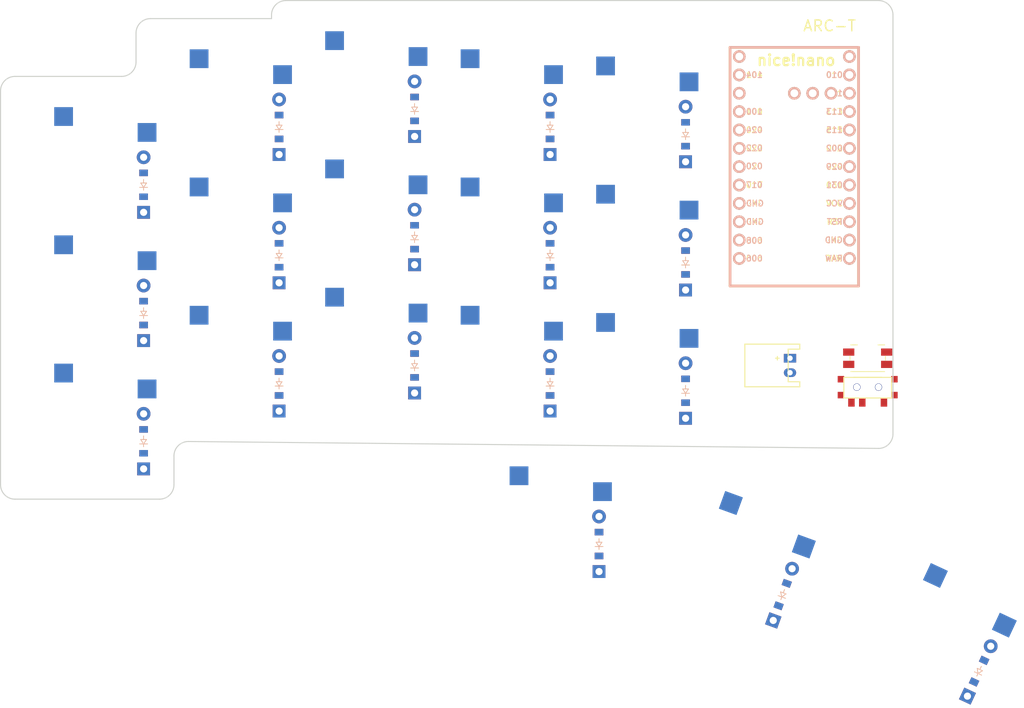
<source format=kicad_pcb>


(kicad_pcb (version 20171130) (host pcbnew 5.1.6)

  (page A3)
  (title_block
    (title "left")
    (rev "v1.0.0")
    (company "Unknown")
  )

  (general
    (thickness 1.6)
  )

  (layers
    (0 F.Cu signal)
    (31 B.Cu signal)
    (32 B.Adhes user)
    (33 F.Adhes user)
    (34 B.Paste user)
    (35 F.Paste user)
    (36 B.SilkS user)
    (37 F.SilkS user)
    (38 B.Mask user)
    (39 F.Mask user)
    (40 Dwgs.User user)
    (41 Cmts.User user)
    (42 Eco1.User user)
    (43 Eco2.User user)
    (44 Edge.Cuts user)
    (45 Margin user)
    (46 B.CrtYd user)
    (47 F.CrtYd user)
    (48 B.Fab user)
    (49 F.Fab user)
  )

  (setup
    (last_trace_width 0.25)
    (trace_clearance 0.2)
    (zone_clearance 0.508)
    (zone_45_only no)
    (trace_min 0.2)
    (via_size 0.8)
    (via_drill 0.4)
    (via_min_size 0.4)
    (via_min_drill 0.3)
    (uvia_size 0.3)
    (uvia_drill 0.1)
    (uvias_allowed no)
    (uvia_min_size 0.2)
    (uvia_min_drill 0.1)
    (edge_width 0.05)
    (segment_width 0.2)
    (pcb_text_width 0.3)
    (pcb_text_size 1.5 1.5)
    (mod_edge_width 0.12)
    (mod_text_size 1 1)
    (mod_text_width 0.15)
    (pad_size 1.524 1.524)
    (pad_drill 0.762)
    (pad_to_mask_clearance 0.05)
    (aux_axis_origin 0 0)
    (visible_elements FFFFFF7F)
    (pcbplotparams
      (layerselection 0x010fc_ffffffff)
      (usegerberextensions false)
      (usegerberattributes true)
      (usegerberadvancedattributes true)
      (creategerberjobfile true)
      (excludeedgelayer true)
      (linewidth 0.100000)
      (plotframeref false)
      (viasonmask false)
      (mode 1)
      (useauxorigin false)
      (hpglpennumber 1)
      (hpglpenspeed 20)
      (hpglpendiameter 15.000000)
      (psnegative false)
      (psa4output false)
      (plotreference true)
      (plotvalue true)
      (plotinvisibletext false)
      (padsonsilk false)
      (subtractmaskfromsilk false)
      (outputformat 1)
      (mirror false)
      (drillshape 1)
      (scaleselection 1)
      (outputdirectory ""))
  )

  (net 0 "")
(net 1 "P020")
(net 2 "pinky_bottom")
(net 3 "pinky_home")
(net 4 "pinky_top")
(net 5 "P022")
(net 6 "ring_bottom")
(net 7 "ring_home")
(net 8 "ring_top")
(net 9 "P024")
(net 10 "middle_bottom")
(net 11 "middle_home")
(net 12 "middle_top")
(net 13 "P100")
(net 14 "index_bottom")
(net 15 "index_home")
(net 16 "index_top")
(net 17 "P011")
(net 18 "inner_bottom")
(net 19 "inner_home")
(net 20 "inner_top")
(net 21 "P111")
(net 22 "inner_cluster")
(net 23 "P009")
(net 24 "home_cluster")
(net 25 "P010")
(net 26 "outer_cluster")
(net 27 "P113")
(net 28 "P115")
(net 29 "P002")
(net 30 "P017")
(net 31 "pos")
(net 32 "GND")
(net 33 "RST")
(net 34 "RAW")
(net 35 "VCC")
(net 36 "P031")
(net 37 "P029")
(net 38 "P006")
(net 39 "P008")
(net 40 "P104")
(net 41 "P106")
(net 42 "P101")
(net 43 "P102")
(net 44 "P107")

  (net_class Default "This is the default net class."
    (clearance 0.2)
    (trace_width 0.25)
    (via_dia 0.8)
    (via_drill 0.4)
    (uvia_dia 0.3)
    (uvia_drill 0.1)
    (add_net "")
(add_net "P020")
(add_net "pinky_bottom")
(add_net "pinky_home")
(add_net "pinky_top")
(add_net "P022")
(add_net "ring_bottom")
(add_net "ring_home")
(add_net "ring_top")
(add_net "P024")
(add_net "middle_bottom")
(add_net "middle_home")
(add_net "middle_top")
(add_net "P100")
(add_net "index_bottom")
(add_net "index_home")
(add_net "index_top")
(add_net "P011")
(add_net "inner_bottom")
(add_net "inner_home")
(add_net "inner_top")
(add_net "P111")
(add_net "inner_cluster")
(add_net "P009")
(add_net "home_cluster")
(add_net "P010")
(add_net "outer_cluster")
(add_net "P113")
(add_net "P115")
(add_net "P002")
(add_net "P017")
(add_net "pos")
(add_net "GND")
(add_net "RST")
(add_net "RAW")
(add_net "VCC")
(add_net "P031")
(add_net "P029")
(add_net "P006")
(add_net "P008")
(add_net "P104")
(add_net "P106")
(add_net "P101")
(add_net "P102")
(add_net "P107")
  )

  
        
      (module PG1350 (layer F.Cu) (tedit 5DD50112)
      (at 100 150 0)

      
      (fp_text reference "S1" (at 0 0) (layer F.SilkS) hide (effects (font (size 1.27 1.27) (thickness 0.15))))
      (fp_text value "" (at 0 0) (layer F.SilkS) hide (effects (font (size 1.27 1.27) (thickness 0.15))))

      
      (fp_line (start -7 -6) (end -7 -7) (layer Dwgs.User) (width 0.15))
      (fp_line (start -7 7) (end -6 7) (layer Dwgs.User) (width 0.15))
      (fp_line (start -6 -7) (end -7 -7) (layer Dwgs.User) (width 0.15))
      (fp_line (start -7 7) (end -7 6) (layer Dwgs.User) (width 0.15))
      (fp_line (start 7 6) (end 7 7) (layer Dwgs.User) (width 0.15))
      (fp_line (start 7 -7) (end 6 -7) (layer Dwgs.User) (width 0.15))
      (fp_line (start 6 7) (end 7 7) (layer Dwgs.User) (width 0.15))
      (fp_line (start 7 -7) (end 7 -6) (layer Dwgs.User) (width 0.15))      
      
      
      (pad "" np_thru_hole circle (at 0 0) (size 3.429 3.429) (drill 3.429) (layers *.Cu *.Mask))
        
      
      (pad "" np_thru_hole circle (at 5.5 0) (size 1.7018 1.7018) (drill 1.7018) (layers *.Cu *.Mask))
      (pad "" np_thru_hole circle (at -5.5 0) (size 1.7018 1.7018) (drill 1.7018) (layers *.Cu *.Mask))
      
        
      
      (fp_line (start -9 -8.5) (end 9 -8.5) (layer Dwgs.User) (width 0.15))
      (fp_line (start 9 -8.5) (end 9 8.5) (layer Dwgs.User) (width 0.15))
      (fp_line (start 9 8.5) (end -9 8.5) (layer Dwgs.User) (width 0.15))
      (fp_line (start -9 8.5) (end -9 -8.5) (layer Dwgs.User) (width 0.15))
      
        
          
          (pad "" np_thru_hole circle (at 5 -3.75) (size 3 3) (drill 3) (layers *.Cu *.Mask))
          (pad "" np_thru_hole circle (at 0 -5.95) (size 3 3) (drill 3) (layers *.Cu *.Mask))
      
          
          (pad 1 smd rect (at -3.275 -5.95 0) (size 2.6 2.6) (layers B.Cu B.Paste B.Mask)  (net 1 "P020"))
          (pad 2 smd rect (at 8.275 -3.75 0) (size 2.6 2.6) (layers B.Cu B.Paste B.Mask)  (net 2 "pinky_bottom"))
        )
        

        
      (module PG1350 (layer F.Cu) (tedit 5DD50112)
      (at 100 132.25 0)

      
      (fp_text reference "S2" (at 0 0) (layer F.SilkS) hide (effects (font (size 1.27 1.27) (thickness 0.15))))
      (fp_text value "" (at 0 0) (layer F.SilkS) hide (effects (font (size 1.27 1.27) (thickness 0.15))))

      
      (fp_line (start -7 -6) (end -7 -7) (layer Dwgs.User) (width 0.15))
      (fp_line (start -7 7) (end -6 7) (layer Dwgs.User) (width 0.15))
      (fp_line (start -6 -7) (end -7 -7) (layer Dwgs.User) (width 0.15))
      (fp_line (start -7 7) (end -7 6) (layer Dwgs.User) (width 0.15))
      (fp_line (start 7 6) (end 7 7) (layer Dwgs.User) (width 0.15))
      (fp_line (start 7 -7) (end 6 -7) (layer Dwgs.User) (width 0.15))
      (fp_line (start 6 7) (end 7 7) (layer Dwgs.User) (width 0.15))
      (fp_line (start 7 -7) (end 7 -6) (layer Dwgs.User) (width 0.15))      
      
      
      (pad "" np_thru_hole circle (at 0 0) (size 3.429 3.429) (drill 3.429) (layers *.Cu *.Mask))
        
      
      (pad "" np_thru_hole circle (at 5.5 0) (size 1.7018 1.7018) (drill 1.7018) (layers *.Cu *.Mask))
      (pad "" np_thru_hole circle (at -5.5 0) (size 1.7018 1.7018) (drill 1.7018) (layers *.Cu *.Mask))
      
        
      
      (fp_line (start -9 -8.5) (end 9 -8.5) (layer Dwgs.User) (width 0.15))
      (fp_line (start 9 -8.5) (end 9 8.5) (layer Dwgs.User) (width 0.15))
      (fp_line (start 9 8.5) (end -9 8.5) (layer Dwgs.User) (width 0.15))
      (fp_line (start -9 8.5) (end -9 -8.5) (layer Dwgs.User) (width 0.15))
      
        
          
          (pad "" np_thru_hole circle (at 5 -3.75) (size 3 3) (drill 3) (layers *.Cu *.Mask))
          (pad "" np_thru_hole circle (at 0 -5.95) (size 3 3) (drill 3) (layers *.Cu *.Mask))
      
          
          (pad 1 smd rect (at -3.275 -5.95 0) (size 2.6 2.6) (layers B.Cu B.Paste B.Mask)  (net 1 "P020"))
          (pad 2 smd rect (at 8.275 -3.75 0) (size 2.6 2.6) (layers B.Cu B.Paste B.Mask)  (net 3 "pinky_home"))
        )
        

        
      (module PG1350 (layer F.Cu) (tedit 5DD50112)
      (at 100 114.5 0)

      
      (fp_text reference "S3" (at 0 0) (layer F.SilkS) hide (effects (font (size 1.27 1.27) (thickness 0.15))))
      (fp_text value "" (at 0 0) (layer F.SilkS) hide (effects (font (size 1.27 1.27) (thickness 0.15))))

      
      (fp_line (start -7 -6) (end -7 -7) (layer Dwgs.User) (width 0.15))
      (fp_line (start -7 7) (end -6 7) (layer Dwgs.User) (width 0.15))
      (fp_line (start -6 -7) (end -7 -7) (layer Dwgs.User) (width 0.15))
      (fp_line (start -7 7) (end -7 6) (layer Dwgs.User) (width 0.15))
      (fp_line (start 7 6) (end 7 7) (layer Dwgs.User) (width 0.15))
      (fp_line (start 7 -7) (end 6 -7) (layer Dwgs.User) (width 0.15))
      (fp_line (start 6 7) (end 7 7) (layer Dwgs.User) (width 0.15))
      (fp_line (start 7 -7) (end 7 -6) (layer Dwgs.User) (width 0.15))      
      
      
      (pad "" np_thru_hole circle (at 0 0) (size 3.429 3.429) (drill 3.429) (layers *.Cu *.Mask))
        
      
      (pad "" np_thru_hole circle (at 5.5 0) (size 1.7018 1.7018) (drill 1.7018) (layers *.Cu *.Mask))
      (pad "" np_thru_hole circle (at -5.5 0) (size 1.7018 1.7018) (drill 1.7018) (layers *.Cu *.Mask))
      
        
      
      (fp_line (start -9 -8.5) (end 9 -8.5) (layer Dwgs.User) (width 0.15))
      (fp_line (start 9 -8.5) (end 9 8.5) (layer Dwgs.User) (width 0.15))
      (fp_line (start 9 8.5) (end -9 8.5) (layer Dwgs.User) (width 0.15))
      (fp_line (start -9 8.5) (end -9 -8.5) (layer Dwgs.User) (width 0.15))
      
        
          
          (pad "" np_thru_hole circle (at 5 -3.75) (size 3 3) (drill 3) (layers *.Cu *.Mask))
          (pad "" np_thru_hole circle (at 0 -5.95) (size 3 3) (drill 3) (layers *.Cu *.Mask))
      
          
          (pad 1 smd rect (at -3.275 -5.95 0) (size 2.6 2.6) (layers B.Cu B.Paste B.Mask)  (net 1 "P020"))
          (pad 2 smd rect (at 8.275 -3.75 0) (size 2.6 2.6) (layers B.Cu B.Paste B.Mask)  (net 4 "pinky_top"))
        )
        

        
      (module PG1350 (layer F.Cu) (tedit 5DD50112)
      (at 118.75 142 0)

      
      (fp_text reference "S4" (at 0 0) (layer F.SilkS) hide (effects (font (size 1.27 1.27) (thickness 0.15))))
      (fp_text value "" (at 0 0) (layer F.SilkS) hide (effects (font (size 1.27 1.27) (thickness 0.15))))

      
      (fp_line (start -7 -6) (end -7 -7) (layer Dwgs.User) (width 0.15))
      (fp_line (start -7 7) (end -6 7) (layer Dwgs.User) (width 0.15))
      (fp_line (start -6 -7) (end -7 -7) (layer Dwgs.User) (width 0.15))
      (fp_line (start -7 7) (end -7 6) (layer Dwgs.User) (width 0.15))
      (fp_line (start 7 6) (end 7 7) (layer Dwgs.User) (width 0.15))
      (fp_line (start 7 -7) (end 6 -7) (layer Dwgs.User) (width 0.15))
      (fp_line (start 6 7) (end 7 7) (layer Dwgs.User) (width 0.15))
      (fp_line (start 7 -7) (end 7 -6) (layer Dwgs.User) (width 0.15))      
      
      
      (pad "" np_thru_hole circle (at 0 0) (size 3.429 3.429) (drill 3.429) (layers *.Cu *.Mask))
        
      
      (pad "" np_thru_hole circle (at 5.5 0) (size 1.7018 1.7018) (drill 1.7018) (layers *.Cu *.Mask))
      (pad "" np_thru_hole circle (at -5.5 0) (size 1.7018 1.7018) (drill 1.7018) (layers *.Cu *.Mask))
      
        
      
      (fp_line (start -9 -8.5) (end 9 -8.5) (layer Dwgs.User) (width 0.15))
      (fp_line (start 9 -8.5) (end 9 8.5) (layer Dwgs.User) (width 0.15))
      (fp_line (start 9 8.5) (end -9 8.5) (layer Dwgs.User) (width 0.15))
      (fp_line (start -9 8.5) (end -9 -8.5) (layer Dwgs.User) (width 0.15))
      
        
          
          (pad "" np_thru_hole circle (at 5 -3.75) (size 3 3) (drill 3) (layers *.Cu *.Mask))
          (pad "" np_thru_hole circle (at 0 -5.95) (size 3 3) (drill 3) (layers *.Cu *.Mask))
      
          
          (pad 1 smd rect (at -3.275 -5.95 0) (size 2.6 2.6) (layers B.Cu B.Paste B.Mask)  (net 5 "P022"))
          (pad 2 smd rect (at 8.275 -3.75 0) (size 2.6 2.6) (layers B.Cu B.Paste B.Mask)  (net 6 "ring_bottom"))
        )
        

        
      (module PG1350 (layer F.Cu) (tedit 5DD50112)
      (at 118.75 124.25 0)

      
      (fp_text reference "S5" (at 0 0) (layer F.SilkS) hide (effects (font (size 1.27 1.27) (thickness 0.15))))
      (fp_text value "" (at 0 0) (layer F.SilkS) hide (effects (font (size 1.27 1.27) (thickness 0.15))))

      
      (fp_line (start -7 -6) (end -7 -7) (layer Dwgs.User) (width 0.15))
      (fp_line (start -7 7) (end -6 7) (layer Dwgs.User) (width 0.15))
      (fp_line (start -6 -7) (end -7 -7) (layer Dwgs.User) (width 0.15))
      (fp_line (start -7 7) (end -7 6) (layer Dwgs.User) (width 0.15))
      (fp_line (start 7 6) (end 7 7) (layer Dwgs.User) (width 0.15))
      (fp_line (start 7 -7) (end 6 -7) (layer Dwgs.User) (width 0.15))
      (fp_line (start 6 7) (end 7 7) (layer Dwgs.User) (width 0.15))
      (fp_line (start 7 -7) (end 7 -6) (layer Dwgs.User) (width 0.15))      
      
      
      (pad "" np_thru_hole circle (at 0 0) (size 3.429 3.429) (drill 3.429) (layers *.Cu *.Mask))
        
      
      (pad "" np_thru_hole circle (at 5.5 0) (size 1.7018 1.7018) (drill 1.7018) (layers *.Cu *.Mask))
      (pad "" np_thru_hole circle (at -5.5 0) (size 1.7018 1.7018) (drill 1.7018) (layers *.Cu *.Mask))
      
        
      
      (fp_line (start -9 -8.5) (end 9 -8.5) (layer Dwgs.User) (width 0.15))
      (fp_line (start 9 -8.5) (end 9 8.5) (layer Dwgs.User) (width 0.15))
      (fp_line (start 9 8.5) (end -9 8.5) (layer Dwgs.User) (width 0.15))
      (fp_line (start -9 8.5) (end -9 -8.5) (layer Dwgs.User) (width 0.15))
      
        
          
          (pad "" np_thru_hole circle (at 5 -3.75) (size 3 3) (drill 3) (layers *.Cu *.Mask))
          (pad "" np_thru_hole circle (at 0 -5.95) (size 3 3) (drill 3) (layers *.Cu *.Mask))
      
          
          (pad 1 smd rect (at -3.275 -5.95 0) (size 2.6 2.6) (layers B.Cu B.Paste B.Mask)  (net 5 "P022"))
          (pad 2 smd rect (at 8.275 -3.75 0) (size 2.6 2.6) (layers B.Cu B.Paste B.Mask)  (net 7 "ring_home"))
        )
        

        
      (module PG1350 (layer F.Cu) (tedit 5DD50112)
      (at 118.75 106.5 0)

      
      (fp_text reference "S6" (at 0 0) (layer F.SilkS) hide (effects (font (size 1.27 1.27) (thickness 0.15))))
      (fp_text value "" (at 0 0) (layer F.SilkS) hide (effects (font (size 1.27 1.27) (thickness 0.15))))

      
      (fp_line (start -7 -6) (end -7 -7) (layer Dwgs.User) (width 0.15))
      (fp_line (start -7 7) (end -6 7) (layer Dwgs.User) (width 0.15))
      (fp_line (start -6 -7) (end -7 -7) (layer Dwgs.User) (width 0.15))
      (fp_line (start -7 7) (end -7 6) (layer Dwgs.User) (width 0.15))
      (fp_line (start 7 6) (end 7 7) (layer Dwgs.User) (width 0.15))
      (fp_line (start 7 -7) (end 6 -7) (layer Dwgs.User) (width 0.15))
      (fp_line (start 6 7) (end 7 7) (layer Dwgs.User) (width 0.15))
      (fp_line (start 7 -7) (end 7 -6) (layer Dwgs.User) (width 0.15))      
      
      
      (pad "" np_thru_hole circle (at 0 0) (size 3.429 3.429) (drill 3.429) (layers *.Cu *.Mask))
        
      
      (pad "" np_thru_hole circle (at 5.5 0) (size 1.7018 1.7018) (drill 1.7018) (layers *.Cu *.Mask))
      (pad "" np_thru_hole circle (at -5.5 0) (size 1.7018 1.7018) (drill 1.7018) (layers *.Cu *.Mask))
      
        
      
      (fp_line (start -9 -8.5) (end 9 -8.5) (layer Dwgs.User) (width 0.15))
      (fp_line (start 9 -8.5) (end 9 8.5) (layer Dwgs.User) (width 0.15))
      (fp_line (start 9 8.5) (end -9 8.5) (layer Dwgs.User) (width 0.15))
      (fp_line (start -9 8.5) (end -9 -8.5) (layer Dwgs.User) (width 0.15))
      
        
          
          (pad "" np_thru_hole circle (at 5 -3.75) (size 3 3) (drill 3) (layers *.Cu *.Mask))
          (pad "" np_thru_hole circle (at 0 -5.95) (size 3 3) (drill 3) (layers *.Cu *.Mask))
      
          
          (pad 1 smd rect (at -3.275 -5.95 0) (size 2.6 2.6) (layers B.Cu B.Paste B.Mask)  (net 5 "P022"))
          (pad 2 smd rect (at 8.275 -3.75 0) (size 2.6 2.6) (layers B.Cu B.Paste B.Mask)  (net 8 "ring_top"))
        )
        

        
      (module PG1350 (layer F.Cu) (tedit 5DD50112)
      (at 137.5 139.5 0)

      
      (fp_text reference "S7" (at 0 0) (layer F.SilkS) hide (effects (font (size 1.27 1.27) (thickness 0.15))))
      (fp_text value "" (at 0 0) (layer F.SilkS) hide (effects (font (size 1.27 1.27) (thickness 0.15))))

      
      (fp_line (start -7 -6) (end -7 -7) (layer Dwgs.User) (width 0.15))
      (fp_line (start -7 7) (end -6 7) (layer Dwgs.User) (width 0.15))
      (fp_line (start -6 -7) (end -7 -7) (layer Dwgs.User) (width 0.15))
      (fp_line (start -7 7) (end -7 6) (layer Dwgs.User) (width 0.15))
      (fp_line (start 7 6) (end 7 7) (layer Dwgs.User) (width 0.15))
      (fp_line (start 7 -7) (end 6 -7) (layer Dwgs.User) (width 0.15))
      (fp_line (start 6 7) (end 7 7) (layer Dwgs.User) (width 0.15))
      (fp_line (start 7 -7) (end 7 -6) (layer Dwgs.User) (width 0.15))      
      
      
      (pad "" np_thru_hole circle (at 0 0) (size 3.429 3.429) (drill 3.429) (layers *.Cu *.Mask))
        
      
      (pad "" np_thru_hole circle (at 5.5 0) (size 1.7018 1.7018) (drill 1.7018) (layers *.Cu *.Mask))
      (pad "" np_thru_hole circle (at -5.5 0) (size 1.7018 1.7018) (drill 1.7018) (layers *.Cu *.Mask))
      
        
      
      (fp_line (start -9 -8.5) (end 9 -8.5) (layer Dwgs.User) (width 0.15))
      (fp_line (start 9 -8.5) (end 9 8.5) (layer Dwgs.User) (width 0.15))
      (fp_line (start 9 8.5) (end -9 8.5) (layer Dwgs.User) (width 0.15))
      (fp_line (start -9 8.5) (end -9 -8.5) (layer Dwgs.User) (width 0.15))
      
        
          
          (pad "" np_thru_hole circle (at 5 -3.75) (size 3 3) (drill 3) (layers *.Cu *.Mask))
          (pad "" np_thru_hole circle (at 0 -5.95) (size 3 3) (drill 3) (layers *.Cu *.Mask))
      
          
          (pad 1 smd rect (at -3.275 -5.95 0) (size 2.6 2.6) (layers B.Cu B.Paste B.Mask)  (net 9 "P024"))
          (pad 2 smd rect (at 8.275 -3.75 0) (size 2.6 2.6) (layers B.Cu B.Paste B.Mask)  (net 10 "middle_bottom"))
        )
        

        
      (module PG1350 (layer F.Cu) (tedit 5DD50112)
      (at 137.5 121.75 0)

      
      (fp_text reference "S8" (at 0 0) (layer F.SilkS) hide (effects (font (size 1.27 1.27) (thickness 0.15))))
      (fp_text value "" (at 0 0) (layer F.SilkS) hide (effects (font (size 1.27 1.27) (thickness 0.15))))

      
      (fp_line (start -7 -6) (end -7 -7) (layer Dwgs.User) (width 0.15))
      (fp_line (start -7 7) (end -6 7) (layer Dwgs.User) (width 0.15))
      (fp_line (start -6 -7) (end -7 -7) (layer Dwgs.User) (width 0.15))
      (fp_line (start -7 7) (end -7 6) (layer Dwgs.User) (width 0.15))
      (fp_line (start 7 6) (end 7 7) (layer Dwgs.User) (width 0.15))
      (fp_line (start 7 -7) (end 6 -7) (layer Dwgs.User) (width 0.15))
      (fp_line (start 6 7) (end 7 7) (layer Dwgs.User) (width 0.15))
      (fp_line (start 7 -7) (end 7 -6) (layer Dwgs.User) (width 0.15))      
      
      
      (pad "" np_thru_hole circle (at 0 0) (size 3.429 3.429) (drill 3.429) (layers *.Cu *.Mask))
        
      
      (pad "" np_thru_hole circle (at 5.5 0) (size 1.7018 1.7018) (drill 1.7018) (layers *.Cu *.Mask))
      (pad "" np_thru_hole circle (at -5.5 0) (size 1.7018 1.7018) (drill 1.7018) (layers *.Cu *.Mask))
      
        
      
      (fp_line (start -9 -8.5) (end 9 -8.5) (layer Dwgs.User) (width 0.15))
      (fp_line (start 9 -8.5) (end 9 8.5) (layer Dwgs.User) (width 0.15))
      (fp_line (start 9 8.5) (end -9 8.5) (layer Dwgs.User) (width 0.15))
      (fp_line (start -9 8.5) (end -9 -8.5) (layer Dwgs.User) (width 0.15))
      
        
          
          (pad "" np_thru_hole circle (at 5 -3.75) (size 3 3) (drill 3) (layers *.Cu *.Mask))
          (pad "" np_thru_hole circle (at 0 -5.95) (size 3 3) (drill 3) (layers *.Cu *.Mask))
      
          
          (pad 1 smd rect (at -3.275 -5.95 0) (size 2.6 2.6) (layers B.Cu B.Paste B.Mask)  (net 9 "P024"))
          (pad 2 smd rect (at 8.275 -3.75 0) (size 2.6 2.6) (layers B.Cu B.Paste B.Mask)  (net 11 "middle_home"))
        )
        

        
      (module PG1350 (layer F.Cu) (tedit 5DD50112)
      (at 137.5 104 0)

      
      (fp_text reference "S9" (at 0 0) (layer F.SilkS) hide (effects (font (size 1.27 1.27) (thickness 0.15))))
      (fp_text value "" (at 0 0) (layer F.SilkS) hide (effects (font (size 1.27 1.27) (thickness 0.15))))

      
      (fp_line (start -7 -6) (end -7 -7) (layer Dwgs.User) (width 0.15))
      (fp_line (start -7 7) (end -6 7) (layer Dwgs.User) (width 0.15))
      (fp_line (start -6 -7) (end -7 -7) (layer Dwgs.User) (width 0.15))
      (fp_line (start -7 7) (end -7 6) (layer Dwgs.User) (width 0.15))
      (fp_line (start 7 6) (end 7 7) (layer Dwgs.User) (width 0.15))
      (fp_line (start 7 -7) (end 6 -7) (layer Dwgs.User) (width 0.15))
      (fp_line (start 6 7) (end 7 7) (layer Dwgs.User) (width 0.15))
      (fp_line (start 7 -7) (end 7 -6) (layer Dwgs.User) (width 0.15))      
      
      
      (pad "" np_thru_hole circle (at 0 0) (size 3.429 3.429) (drill 3.429) (layers *.Cu *.Mask))
        
      
      (pad "" np_thru_hole circle (at 5.5 0) (size 1.7018 1.7018) (drill 1.7018) (layers *.Cu *.Mask))
      (pad "" np_thru_hole circle (at -5.5 0) (size 1.7018 1.7018) (drill 1.7018) (layers *.Cu *.Mask))
      
        
      
      (fp_line (start -9 -8.5) (end 9 -8.5) (layer Dwgs.User) (width 0.15))
      (fp_line (start 9 -8.5) (end 9 8.5) (layer Dwgs.User) (width 0.15))
      (fp_line (start 9 8.5) (end -9 8.5) (layer Dwgs.User) (width 0.15))
      (fp_line (start -9 8.5) (end -9 -8.5) (layer Dwgs.User) (width 0.15))
      
        
          
          (pad "" np_thru_hole circle (at 5 -3.75) (size 3 3) (drill 3) (layers *.Cu *.Mask))
          (pad "" np_thru_hole circle (at 0 -5.95) (size 3 3) (drill 3) (layers *.Cu *.Mask))
      
          
          (pad 1 smd rect (at -3.275 -5.95 0) (size 2.6 2.6) (layers B.Cu B.Paste B.Mask)  (net 9 "P024"))
          (pad 2 smd rect (at 8.275 -3.75 0) (size 2.6 2.6) (layers B.Cu B.Paste B.Mask)  (net 12 "middle_top"))
        )
        

        
      (module PG1350 (layer F.Cu) (tedit 5DD50112)
      (at 156.25 142 0)

      
      (fp_text reference "S10" (at 0 0) (layer F.SilkS) hide (effects (font (size 1.27 1.27) (thickness 0.15))))
      (fp_text value "" (at 0 0) (layer F.SilkS) hide (effects (font (size 1.27 1.27) (thickness 0.15))))

      
      (fp_line (start -7 -6) (end -7 -7) (layer Dwgs.User) (width 0.15))
      (fp_line (start -7 7) (end -6 7) (layer Dwgs.User) (width 0.15))
      (fp_line (start -6 -7) (end -7 -7) (layer Dwgs.User) (width 0.15))
      (fp_line (start -7 7) (end -7 6) (layer Dwgs.User) (width 0.15))
      (fp_line (start 7 6) (end 7 7) (layer Dwgs.User) (width 0.15))
      (fp_line (start 7 -7) (end 6 -7) (layer Dwgs.User) (width 0.15))
      (fp_line (start 6 7) (end 7 7) (layer Dwgs.User) (width 0.15))
      (fp_line (start 7 -7) (end 7 -6) (layer Dwgs.User) (width 0.15))      
      
      
      (pad "" np_thru_hole circle (at 0 0) (size 3.429 3.429) (drill 3.429) (layers *.Cu *.Mask))
        
      
      (pad "" np_thru_hole circle (at 5.5 0) (size 1.7018 1.7018) (drill 1.7018) (layers *.Cu *.Mask))
      (pad "" np_thru_hole circle (at -5.5 0) (size 1.7018 1.7018) (drill 1.7018) (layers *.Cu *.Mask))
      
        
      
      (fp_line (start -9 -8.5) (end 9 -8.5) (layer Dwgs.User) (width 0.15))
      (fp_line (start 9 -8.5) (end 9 8.5) (layer Dwgs.User) (width 0.15))
      (fp_line (start 9 8.5) (end -9 8.5) (layer Dwgs.User) (width 0.15))
      (fp_line (start -9 8.5) (end -9 -8.5) (layer Dwgs.User) (width 0.15))
      
        
          
          (pad "" np_thru_hole circle (at 5 -3.75) (size 3 3) (drill 3) (layers *.Cu *.Mask))
          (pad "" np_thru_hole circle (at 0 -5.95) (size 3 3) (drill 3) (layers *.Cu *.Mask))
      
          
          (pad 1 smd rect (at -3.275 -5.95 0) (size 2.6 2.6) (layers B.Cu B.Paste B.Mask)  (net 13 "P100"))
          (pad 2 smd rect (at 8.275 -3.75 0) (size 2.6 2.6) (layers B.Cu B.Paste B.Mask)  (net 14 "index_bottom"))
        )
        

        
      (module PG1350 (layer F.Cu) (tedit 5DD50112)
      (at 156.25 124.25 0)

      
      (fp_text reference "S11" (at 0 0) (layer F.SilkS) hide (effects (font (size 1.27 1.27) (thickness 0.15))))
      (fp_text value "" (at 0 0) (layer F.SilkS) hide (effects (font (size 1.27 1.27) (thickness 0.15))))

      
      (fp_line (start -7 -6) (end -7 -7) (layer Dwgs.User) (width 0.15))
      (fp_line (start -7 7) (end -6 7) (layer Dwgs.User) (width 0.15))
      (fp_line (start -6 -7) (end -7 -7) (layer Dwgs.User) (width 0.15))
      (fp_line (start -7 7) (end -7 6) (layer Dwgs.User) (width 0.15))
      (fp_line (start 7 6) (end 7 7) (layer Dwgs.User) (width 0.15))
      (fp_line (start 7 -7) (end 6 -7) (layer Dwgs.User) (width 0.15))
      (fp_line (start 6 7) (end 7 7) (layer Dwgs.User) (width 0.15))
      (fp_line (start 7 -7) (end 7 -6) (layer Dwgs.User) (width 0.15))      
      
      
      (pad "" np_thru_hole circle (at 0 0) (size 3.429 3.429) (drill 3.429) (layers *.Cu *.Mask))
        
      
      (pad "" np_thru_hole circle (at 5.5 0) (size 1.7018 1.7018) (drill 1.7018) (layers *.Cu *.Mask))
      (pad "" np_thru_hole circle (at -5.5 0) (size 1.7018 1.7018) (drill 1.7018) (layers *.Cu *.Mask))
      
        
      
      (fp_line (start -9 -8.5) (end 9 -8.5) (layer Dwgs.User) (width 0.15))
      (fp_line (start 9 -8.5) (end 9 8.5) (layer Dwgs.User) (width 0.15))
      (fp_line (start 9 8.5) (end -9 8.5) (layer Dwgs.User) (width 0.15))
      (fp_line (start -9 8.5) (end -9 -8.5) (layer Dwgs.User) (width 0.15))
      
        
          
          (pad "" np_thru_hole circle (at 5 -3.75) (size 3 3) (drill 3) (layers *.Cu *.Mask))
          (pad "" np_thru_hole circle (at 0 -5.95) (size 3 3) (drill 3) (layers *.Cu *.Mask))
      
          
          (pad 1 smd rect (at -3.275 -5.95 0) (size 2.6 2.6) (layers B.Cu B.Paste B.Mask)  (net 13 "P100"))
          (pad 2 smd rect (at 8.275 -3.75 0) (size 2.6 2.6) (layers B.Cu B.Paste B.Mask)  (net 15 "index_home"))
        )
        

        
      (module PG1350 (layer F.Cu) (tedit 5DD50112)
      (at 156.25 106.5 0)

      
      (fp_text reference "S12" (at 0 0) (layer F.SilkS) hide (effects (font (size 1.27 1.27) (thickness 0.15))))
      (fp_text value "" (at 0 0) (layer F.SilkS) hide (effects (font (size 1.27 1.27) (thickness 0.15))))

      
      (fp_line (start -7 -6) (end -7 -7) (layer Dwgs.User) (width 0.15))
      (fp_line (start -7 7) (end -6 7) (layer Dwgs.User) (width 0.15))
      (fp_line (start -6 -7) (end -7 -7) (layer Dwgs.User) (width 0.15))
      (fp_line (start -7 7) (end -7 6) (layer Dwgs.User) (width 0.15))
      (fp_line (start 7 6) (end 7 7) (layer Dwgs.User) (width 0.15))
      (fp_line (start 7 -7) (end 6 -7) (layer Dwgs.User) (width 0.15))
      (fp_line (start 6 7) (end 7 7) (layer Dwgs.User) (width 0.15))
      (fp_line (start 7 -7) (end 7 -6) (layer Dwgs.User) (width 0.15))      
      
      
      (pad "" np_thru_hole circle (at 0 0) (size 3.429 3.429) (drill 3.429) (layers *.Cu *.Mask))
        
      
      (pad "" np_thru_hole circle (at 5.5 0) (size 1.7018 1.7018) (drill 1.7018) (layers *.Cu *.Mask))
      (pad "" np_thru_hole circle (at -5.5 0) (size 1.7018 1.7018) (drill 1.7018) (layers *.Cu *.Mask))
      
        
      
      (fp_line (start -9 -8.5) (end 9 -8.5) (layer Dwgs.User) (width 0.15))
      (fp_line (start 9 -8.5) (end 9 8.5) (layer Dwgs.User) (width 0.15))
      (fp_line (start 9 8.5) (end -9 8.5) (layer Dwgs.User) (width 0.15))
      (fp_line (start -9 8.5) (end -9 -8.5) (layer Dwgs.User) (width 0.15))
      
        
          
          (pad "" np_thru_hole circle (at 5 -3.75) (size 3 3) (drill 3) (layers *.Cu *.Mask))
          (pad "" np_thru_hole circle (at 0 -5.95) (size 3 3) (drill 3) (layers *.Cu *.Mask))
      
          
          (pad 1 smd rect (at -3.275 -5.95 0) (size 2.6 2.6) (layers B.Cu B.Paste B.Mask)  (net 13 "P100"))
          (pad 2 smd rect (at 8.275 -3.75 0) (size 2.6 2.6) (layers B.Cu B.Paste B.Mask)  (net 16 "index_top"))
        )
        

        
      (module PG1350 (layer F.Cu) (tedit 5DD50112)
      (at 175 143 0)

      
      (fp_text reference "S13" (at 0 0) (layer F.SilkS) hide (effects (font (size 1.27 1.27) (thickness 0.15))))
      (fp_text value "" (at 0 0) (layer F.SilkS) hide (effects (font (size 1.27 1.27) (thickness 0.15))))

      
      (fp_line (start -7 -6) (end -7 -7) (layer Dwgs.User) (width 0.15))
      (fp_line (start -7 7) (end -6 7) (layer Dwgs.User) (width 0.15))
      (fp_line (start -6 -7) (end -7 -7) (layer Dwgs.User) (width 0.15))
      (fp_line (start -7 7) (end -7 6) (layer Dwgs.User) (width 0.15))
      (fp_line (start 7 6) (end 7 7) (layer Dwgs.User) (width 0.15))
      (fp_line (start 7 -7) (end 6 -7) (layer Dwgs.User) (width 0.15))
      (fp_line (start 6 7) (end 7 7) (layer Dwgs.User) (width 0.15))
      (fp_line (start 7 -7) (end 7 -6) (layer Dwgs.User) (width 0.15))      
      
      
      (pad "" np_thru_hole circle (at 0 0) (size 3.429 3.429) (drill 3.429) (layers *.Cu *.Mask))
        
      
      (pad "" np_thru_hole circle (at 5.5 0) (size 1.7018 1.7018) (drill 1.7018) (layers *.Cu *.Mask))
      (pad "" np_thru_hole circle (at -5.5 0) (size 1.7018 1.7018) (drill 1.7018) (layers *.Cu *.Mask))
      
        
      
      (fp_line (start -9 -8.5) (end 9 -8.5) (layer Dwgs.User) (width 0.15))
      (fp_line (start 9 -8.5) (end 9 8.5) (layer Dwgs.User) (width 0.15))
      (fp_line (start 9 8.5) (end -9 8.5) (layer Dwgs.User) (width 0.15))
      (fp_line (start -9 8.5) (end -9 -8.5) (layer Dwgs.User) (width 0.15))
      
        
          
          (pad "" np_thru_hole circle (at 5 -3.75) (size 3 3) (drill 3) (layers *.Cu *.Mask))
          (pad "" np_thru_hole circle (at 0 -5.95) (size 3 3) (drill 3) (layers *.Cu *.Mask))
      
          
          (pad 1 smd rect (at -3.275 -5.95 0) (size 2.6 2.6) (layers B.Cu B.Paste B.Mask)  (net 17 "P011"))
          (pad 2 smd rect (at 8.275 -3.75 0) (size 2.6 2.6) (layers B.Cu B.Paste B.Mask)  (net 18 "inner_bottom"))
        )
        

        
      (module PG1350 (layer F.Cu) (tedit 5DD50112)
      (at 175 125.25 0)

      
      (fp_text reference "S14" (at 0 0) (layer F.SilkS) hide (effects (font (size 1.27 1.27) (thickness 0.15))))
      (fp_text value "" (at 0 0) (layer F.SilkS) hide (effects (font (size 1.27 1.27) (thickness 0.15))))

      
      (fp_line (start -7 -6) (end -7 -7) (layer Dwgs.User) (width 0.15))
      (fp_line (start -7 7) (end -6 7) (layer Dwgs.User) (width 0.15))
      (fp_line (start -6 -7) (end -7 -7) (layer Dwgs.User) (width 0.15))
      (fp_line (start -7 7) (end -7 6) (layer Dwgs.User) (width 0.15))
      (fp_line (start 7 6) (end 7 7) (layer Dwgs.User) (width 0.15))
      (fp_line (start 7 -7) (end 6 -7) (layer Dwgs.User) (width 0.15))
      (fp_line (start 6 7) (end 7 7) (layer Dwgs.User) (width 0.15))
      (fp_line (start 7 -7) (end 7 -6) (layer Dwgs.User) (width 0.15))      
      
      
      (pad "" np_thru_hole circle (at 0 0) (size 3.429 3.429) (drill 3.429) (layers *.Cu *.Mask))
        
      
      (pad "" np_thru_hole circle (at 5.5 0) (size 1.7018 1.7018) (drill 1.7018) (layers *.Cu *.Mask))
      (pad "" np_thru_hole circle (at -5.5 0) (size 1.7018 1.7018) (drill 1.7018) (layers *.Cu *.Mask))
      
        
      
      (fp_line (start -9 -8.5) (end 9 -8.5) (layer Dwgs.User) (width 0.15))
      (fp_line (start 9 -8.5) (end 9 8.5) (layer Dwgs.User) (width 0.15))
      (fp_line (start 9 8.5) (end -9 8.5) (layer Dwgs.User) (width 0.15))
      (fp_line (start -9 8.5) (end -9 -8.5) (layer Dwgs.User) (width 0.15))
      
        
          
          (pad "" np_thru_hole circle (at 5 -3.75) (size 3 3) (drill 3) (layers *.Cu *.Mask))
          (pad "" np_thru_hole circle (at 0 -5.95) (size 3 3) (drill 3) (layers *.Cu *.Mask))
      
          
          (pad 1 smd rect (at -3.275 -5.95 0) (size 2.6 2.6) (layers B.Cu B.Paste B.Mask)  (net 17 "P011"))
          (pad 2 smd rect (at 8.275 -3.75 0) (size 2.6 2.6) (layers B.Cu B.Paste B.Mask)  (net 19 "inner_home"))
        )
        

        
      (module PG1350 (layer F.Cu) (tedit 5DD50112)
      (at 175 107.5 0)

      
      (fp_text reference "S15" (at 0 0) (layer F.SilkS) hide (effects (font (size 1.27 1.27) (thickness 0.15))))
      (fp_text value "" (at 0 0) (layer F.SilkS) hide (effects (font (size 1.27 1.27) (thickness 0.15))))

      
      (fp_line (start -7 -6) (end -7 -7) (layer Dwgs.User) (width 0.15))
      (fp_line (start -7 7) (end -6 7) (layer Dwgs.User) (width 0.15))
      (fp_line (start -6 -7) (end -7 -7) (layer Dwgs.User) (width 0.15))
      (fp_line (start -7 7) (end -7 6) (layer Dwgs.User) (width 0.15))
      (fp_line (start 7 6) (end 7 7) (layer Dwgs.User) (width 0.15))
      (fp_line (start 7 -7) (end 6 -7) (layer Dwgs.User) (width 0.15))
      (fp_line (start 6 7) (end 7 7) (layer Dwgs.User) (width 0.15))
      (fp_line (start 7 -7) (end 7 -6) (layer Dwgs.User) (width 0.15))      
      
      
      (pad "" np_thru_hole circle (at 0 0) (size 3.429 3.429) (drill 3.429) (layers *.Cu *.Mask))
        
      
      (pad "" np_thru_hole circle (at 5.5 0) (size 1.7018 1.7018) (drill 1.7018) (layers *.Cu *.Mask))
      (pad "" np_thru_hole circle (at -5.5 0) (size 1.7018 1.7018) (drill 1.7018) (layers *.Cu *.Mask))
      
        
      
      (fp_line (start -9 -8.5) (end 9 -8.5) (layer Dwgs.User) (width 0.15))
      (fp_line (start 9 -8.5) (end 9 8.5) (layer Dwgs.User) (width 0.15))
      (fp_line (start 9 8.5) (end -9 8.5) (layer Dwgs.User) (width 0.15))
      (fp_line (start -9 8.5) (end -9 -8.5) (layer Dwgs.User) (width 0.15))
      
        
          
          (pad "" np_thru_hole circle (at 5 -3.75) (size 3 3) (drill 3) (layers *.Cu *.Mask))
          (pad "" np_thru_hole circle (at 0 -5.95) (size 3 3) (drill 3) (layers *.Cu *.Mask))
      
          
          (pad 1 smd rect (at -3.275 -5.95 0) (size 2.6 2.6) (layers B.Cu B.Paste B.Mask)  (net 17 "P011"))
          (pad 2 smd rect (at 8.275 -3.75 0) (size 2.6 2.6) (layers B.Cu B.Paste B.Mask)  (net 20 "inner_top"))
        )
        

        
      (module PG1350 (layer F.Cu) (tedit 5DD50112)
      (at 163.0223583 164.212302 0)

      
      (fp_text reference "S16" (at 0 0) (layer F.SilkS) hide (effects (font (size 1.27 1.27) (thickness 0.15))))
      (fp_text value "" (at 0 0) (layer F.SilkS) hide (effects (font (size 1.27 1.27) (thickness 0.15))))

      
      (fp_line (start -7 -6) (end -7 -7) (layer Dwgs.User) (width 0.15))
      (fp_line (start -7 7) (end -6 7) (layer Dwgs.User) (width 0.15))
      (fp_line (start -6 -7) (end -7 -7) (layer Dwgs.User) (width 0.15))
      (fp_line (start -7 7) (end -7 6) (layer Dwgs.User) (width 0.15))
      (fp_line (start 7 6) (end 7 7) (layer Dwgs.User) (width 0.15))
      (fp_line (start 7 -7) (end 6 -7) (layer Dwgs.User) (width 0.15))
      (fp_line (start 6 7) (end 7 7) (layer Dwgs.User) (width 0.15))
      (fp_line (start 7 -7) (end 7 -6) (layer Dwgs.User) (width 0.15))      
      
      
      (pad "" np_thru_hole circle (at 0 0) (size 3.429 3.429) (drill 3.429) (layers *.Cu *.Mask))
        
      
      (pad "" np_thru_hole circle (at 5.5 0) (size 1.7018 1.7018) (drill 1.7018) (layers *.Cu *.Mask))
      (pad "" np_thru_hole circle (at -5.5 0) (size 1.7018 1.7018) (drill 1.7018) (layers *.Cu *.Mask))
      
        
      
      (fp_line (start -9 -8.5) (end 9 -8.5) (layer Dwgs.User) (width 0.15))
      (fp_line (start 9 -8.5) (end 9 8.5) (layer Dwgs.User) (width 0.15))
      (fp_line (start 9 8.5) (end -9 8.5) (layer Dwgs.User) (width 0.15))
      (fp_line (start -9 8.5) (end -9 -8.5) (layer Dwgs.User) (width 0.15))
      
        
          
          (pad "" np_thru_hole circle (at 5 -3.75) (size 3 3) (drill 3) (layers *.Cu *.Mask))
          (pad "" np_thru_hole circle (at 0 -5.95) (size 3 3) (drill 3) (layers *.Cu *.Mask))
      
          
          (pad 1 smd rect (at -3.275 -5.95 0) (size 2.6 2.6) (layers B.Cu B.Paste B.Mask)  (net 21 "P111"))
          (pad 2 smd rect (at 8.275 -3.75 0) (size 2.6 2.6) (layers B.Cu B.Paste B.Mask)  (net 22 "inner_cluster"))
        )
        

        
      (module PG1350 (layer F.Cu) (tedit 5DD50112)
      (at 190.1041598 168.7483827 -20)

      
      (fp_text reference "S17" (at 0 0) (layer F.SilkS) hide (effects (font (size 1.27 1.27) (thickness 0.15))))
      (fp_text value "" (at 0 0) (layer F.SilkS) hide (effects (font (size 1.27 1.27) (thickness 0.15))))

      
      (fp_line (start -7 -6) (end -7 -7) (layer Dwgs.User) (width 0.15))
      (fp_line (start -7 7) (end -6 7) (layer Dwgs.User) (width 0.15))
      (fp_line (start -6 -7) (end -7 -7) (layer Dwgs.User) (width 0.15))
      (fp_line (start -7 7) (end -7 6) (layer Dwgs.User) (width 0.15))
      (fp_line (start 7 6) (end 7 7) (layer Dwgs.User) (width 0.15))
      (fp_line (start 7 -7) (end 6 -7) (layer Dwgs.User) (width 0.15))
      (fp_line (start 6 7) (end 7 7) (layer Dwgs.User) (width 0.15))
      (fp_line (start 7 -7) (end 7 -6) (layer Dwgs.User) (width 0.15))      
      
      
      (pad "" np_thru_hole circle (at 0 0) (size 3.429 3.429) (drill 3.429) (layers *.Cu *.Mask))
        
      
      (pad "" np_thru_hole circle (at 5.5 0) (size 1.7018 1.7018) (drill 1.7018) (layers *.Cu *.Mask))
      (pad "" np_thru_hole circle (at -5.5 0) (size 1.7018 1.7018) (drill 1.7018) (layers *.Cu *.Mask))
      
        
      
      (fp_line (start -9 -8.5) (end 9 -8.5) (layer Dwgs.User) (width 0.15))
      (fp_line (start 9 -8.5) (end 9 8.5) (layer Dwgs.User) (width 0.15))
      (fp_line (start 9 8.5) (end -9 8.5) (layer Dwgs.User) (width 0.15))
      (fp_line (start -9 8.5) (end -9 -8.5) (layer Dwgs.User) (width 0.15))
      
        
          
          (pad "" np_thru_hole circle (at 5 -3.75) (size 3 3) (drill 3) (layers *.Cu *.Mask))
          (pad "" np_thru_hole circle (at 0 -5.95) (size 3 3) (drill 3) (layers *.Cu *.Mask))
      
          
          (pad 1 smd rect (at -3.275 -5.95 -20) (size 2.6 2.6) (layers B.Cu B.Paste B.Mask)  (net 23 "P009"))
          (pad 2 smd rect (at 8.275 -3.75 -20) (size 2.6 2.6) (layers B.Cu B.Paste B.Mask)  (net 24 "home_cluster"))
        )
        

        
      (module PG1350 (layer F.Cu) (tedit 5DD50112)
      (at 217.8250921 178.8379769 -25)

      
      (fp_text reference "S18" (at 0 0) (layer F.SilkS) hide (effects (font (size 1.27 1.27) (thickness 0.15))))
      (fp_text value "" (at 0 0) (layer F.SilkS) hide (effects (font (size 1.27 1.27) (thickness 0.15))))

      
      (fp_line (start -7 -6) (end -7 -7) (layer Dwgs.User) (width 0.15))
      (fp_line (start -7 7) (end -6 7) (layer Dwgs.User) (width 0.15))
      (fp_line (start -6 -7) (end -7 -7) (layer Dwgs.User) (width 0.15))
      (fp_line (start -7 7) (end -7 6) (layer Dwgs.User) (width 0.15))
      (fp_line (start 7 6) (end 7 7) (layer Dwgs.User) (width 0.15))
      (fp_line (start 7 -7) (end 6 -7) (layer Dwgs.User) (width 0.15))
      (fp_line (start 6 7) (end 7 7) (layer Dwgs.User) (width 0.15))
      (fp_line (start 7 -7) (end 7 -6) (layer Dwgs.User) (width 0.15))      
      
      
      (pad "" np_thru_hole circle (at 0 0) (size 3.429 3.429) (drill 3.429) (layers *.Cu *.Mask))
        
      
      (pad "" np_thru_hole circle (at 5.5 0) (size 1.7018 1.7018) (drill 1.7018) (layers *.Cu *.Mask))
      (pad "" np_thru_hole circle (at -5.5 0) (size 1.7018 1.7018) (drill 1.7018) (layers *.Cu *.Mask))
      
        
      
      (fp_line (start -9 -8.5) (end 9 -8.5) (layer Dwgs.User) (width 0.15))
      (fp_line (start 9 -8.5) (end 9 8.5) (layer Dwgs.User) (width 0.15))
      (fp_line (start 9 8.5) (end -9 8.5) (layer Dwgs.User) (width 0.15))
      (fp_line (start -9 8.5) (end -9 -8.5) (layer Dwgs.User) (width 0.15))
      
        
          
          (pad "" np_thru_hole circle (at 5 -3.75) (size 3 3) (drill 3) (layers *.Cu *.Mask))
          (pad "" np_thru_hole circle (at 0 -5.95) (size 3 3) (drill 3) (layers *.Cu *.Mask))
      
          
          (pad 1 smd rect (at -3.275 -5.95 -25) (size 2.6 2.6) (layers B.Cu B.Paste B.Mask)  (net 25 "P010"))
          (pad 2 smd rect (at 8.275 -3.75 -25) (size 2.6 2.6) (layers B.Cu B.Paste B.Mask)  (net 26 "outer_cluster"))
        )
        

  
    (module ComboDiode (layer F.Cu) (tedit 5B24D78E)


        (at 107.8 153.5 90)

        
        (fp_text reference "D1" (at 0 0) (layer F.SilkS) hide (effects (font (size 1.27 1.27) (thickness 0.15))))
        (fp_text value "" (at 0 0) (layer F.SilkS) hide (effects (font (size 1.27 1.27) (thickness 0.15))))
        
        
        (fp_line (start 0.25 0) (end 0.75 0) (layer F.SilkS) (width 0.1))
        (fp_line (start 0.25 0.4) (end -0.35 0) (layer F.SilkS) (width 0.1))
        (fp_line (start 0.25 -0.4) (end 0.25 0.4) (layer F.SilkS) (width 0.1))
        (fp_line (start -0.35 0) (end 0.25 -0.4) (layer F.SilkS) (width 0.1))
        (fp_line (start -0.35 0) (end -0.35 0.55) (layer F.SilkS) (width 0.1))
        (fp_line (start -0.35 0) (end -0.35 -0.55) (layer F.SilkS) (width 0.1))
        (fp_line (start -0.75 0) (end -0.35 0) (layer F.SilkS) (width 0.1))
        (fp_line (start 0.25 0) (end 0.75 0) (layer B.SilkS) (width 0.1))
        (fp_line (start 0.25 0.4) (end -0.35 0) (layer B.SilkS) (width 0.1))
        (fp_line (start 0.25 -0.4) (end 0.25 0.4) (layer B.SilkS) (width 0.1))
        (fp_line (start -0.35 0) (end 0.25 -0.4) (layer B.SilkS) (width 0.1))
        (fp_line (start -0.35 0) (end -0.35 0.55) (layer B.SilkS) (width 0.1))
        (fp_line (start -0.35 0) (end -0.35 -0.55) (layer B.SilkS) (width 0.1))
        (fp_line (start -0.75 0) (end -0.35 0) (layer B.SilkS) (width 0.1))
    
        
        (pad 1 smd rect (at -1.65 0 90) (size 0.9 1.2) (layers F.Cu F.Paste F.Mask) (net 27 "P113"))
        (pad 2 smd rect (at 1.65 0 90) (size 0.9 1.2) (layers B.Cu B.Paste B.Mask) (net 2 "pinky_bottom"))
        (pad 1 smd rect (at -1.65 0 90) (size 0.9 1.2) (layers B.Cu B.Paste B.Mask) (net 27 "P113"))
        (pad 2 smd rect (at 1.65 0 90) (size 0.9 1.2) (layers F.Cu F.Paste F.Mask) (net 2 "pinky_bottom"))
        
        
        (pad 1 thru_hole rect (at -3.81 0 90) (size 1.778 1.778) (drill 0.9906) (layers *.Cu *.Mask) (net 27 "P113"))
        (pad 2 thru_hole circle (at 3.81 0 90) (size 1.905 1.905) (drill 0.9906) (layers *.Cu *.Mask) (net 2 "pinky_bottom"))
    )
  
    

  
    (module ComboDiode (layer F.Cu) (tedit 5B24D78E)


        (at 107.8 135.75 90)

        
        (fp_text reference "D2" (at 0 0) (layer F.SilkS) hide (effects (font (size 1.27 1.27) (thickness 0.15))))
        (fp_text value "" (at 0 0) (layer F.SilkS) hide (effects (font (size 1.27 1.27) (thickness 0.15))))
        
        
        (fp_line (start 0.25 0) (end 0.75 0) (layer F.SilkS) (width 0.1))
        (fp_line (start 0.25 0.4) (end -0.35 0) (layer F.SilkS) (width 0.1))
        (fp_line (start 0.25 -0.4) (end 0.25 0.4) (layer F.SilkS) (width 0.1))
        (fp_line (start -0.35 0) (end 0.25 -0.4) (layer F.SilkS) (width 0.1))
        (fp_line (start -0.35 0) (end -0.35 0.55) (layer F.SilkS) (width 0.1))
        (fp_line (start -0.35 0) (end -0.35 -0.55) (layer F.SilkS) (width 0.1))
        (fp_line (start -0.75 0) (end -0.35 0) (layer F.SilkS) (width 0.1))
        (fp_line (start 0.25 0) (end 0.75 0) (layer B.SilkS) (width 0.1))
        (fp_line (start 0.25 0.4) (end -0.35 0) (layer B.SilkS) (width 0.1))
        (fp_line (start 0.25 -0.4) (end 0.25 0.4) (layer B.SilkS) (width 0.1))
        (fp_line (start -0.35 0) (end 0.25 -0.4) (layer B.SilkS) (width 0.1))
        (fp_line (start -0.35 0) (end -0.35 0.55) (layer B.SilkS) (width 0.1))
        (fp_line (start -0.35 0) (end -0.35 -0.55) (layer B.SilkS) (width 0.1))
        (fp_line (start -0.75 0) (end -0.35 0) (layer B.SilkS) (width 0.1))
    
        
        (pad 1 smd rect (at -1.65 0 90) (size 0.9 1.2) (layers F.Cu F.Paste F.Mask) (net 28 "P115"))
        (pad 2 smd rect (at 1.65 0 90) (size 0.9 1.2) (layers B.Cu B.Paste B.Mask) (net 3 "pinky_home"))
        (pad 1 smd rect (at -1.65 0 90) (size 0.9 1.2) (layers B.Cu B.Paste B.Mask) (net 28 "P115"))
        (pad 2 smd rect (at 1.65 0 90) (size 0.9 1.2) (layers F.Cu F.Paste F.Mask) (net 3 "pinky_home"))
        
        
        (pad 1 thru_hole rect (at -3.81 0 90) (size 1.778 1.778) (drill 0.9906) (layers *.Cu *.Mask) (net 28 "P115"))
        (pad 2 thru_hole circle (at 3.81 0 90) (size 1.905 1.905) (drill 0.9906) (layers *.Cu *.Mask) (net 3 "pinky_home"))
    )
  
    

  
    (module ComboDiode (layer F.Cu) (tedit 5B24D78E)


        (at 107.8 118 90)

        
        (fp_text reference "D3" (at 0 0) (layer F.SilkS) hide (effects (font (size 1.27 1.27) (thickness 0.15))))
        (fp_text value "" (at 0 0) (layer F.SilkS) hide (effects (font (size 1.27 1.27) (thickness 0.15))))
        
        
        (fp_line (start 0.25 0) (end 0.75 0) (layer F.SilkS) (width 0.1))
        (fp_line (start 0.25 0.4) (end -0.35 0) (layer F.SilkS) (width 0.1))
        (fp_line (start 0.25 -0.4) (end 0.25 0.4) (layer F.SilkS) (width 0.1))
        (fp_line (start -0.35 0) (end 0.25 -0.4) (layer F.SilkS) (width 0.1))
        (fp_line (start -0.35 0) (end -0.35 0.55) (layer F.SilkS) (width 0.1))
        (fp_line (start -0.35 0) (end -0.35 -0.55) (layer F.SilkS) (width 0.1))
        (fp_line (start -0.75 0) (end -0.35 0) (layer F.SilkS) (width 0.1))
        (fp_line (start 0.25 0) (end 0.75 0) (layer B.SilkS) (width 0.1))
        (fp_line (start 0.25 0.4) (end -0.35 0) (layer B.SilkS) (width 0.1))
        (fp_line (start 0.25 -0.4) (end 0.25 0.4) (layer B.SilkS) (width 0.1))
        (fp_line (start -0.35 0) (end 0.25 -0.4) (layer B.SilkS) (width 0.1))
        (fp_line (start -0.35 0) (end -0.35 0.55) (layer B.SilkS) (width 0.1))
        (fp_line (start -0.35 0) (end -0.35 -0.55) (layer B.SilkS) (width 0.1))
        (fp_line (start -0.75 0) (end -0.35 0) (layer B.SilkS) (width 0.1))
    
        
        (pad 1 smd rect (at -1.65 0 90) (size 0.9 1.2) (layers F.Cu F.Paste F.Mask) (net 29 "P002"))
        (pad 2 smd rect (at 1.65 0 90) (size 0.9 1.2) (layers B.Cu B.Paste B.Mask) (net 4 "pinky_top"))
        (pad 1 smd rect (at -1.65 0 90) (size 0.9 1.2) (layers B.Cu B.Paste B.Mask) (net 29 "P002"))
        (pad 2 smd rect (at 1.65 0 90) (size 0.9 1.2) (layers F.Cu F.Paste F.Mask) (net 4 "pinky_top"))
        
        
        (pad 1 thru_hole rect (at -3.81 0 90) (size 1.778 1.778) (drill 0.9906) (layers *.Cu *.Mask) (net 29 "P002"))
        (pad 2 thru_hole circle (at 3.81 0 90) (size 1.905 1.905) (drill 0.9906) (layers *.Cu *.Mask) (net 4 "pinky_top"))
    )
  
    

  
    (module ComboDiode (layer F.Cu) (tedit 5B24D78E)


        (at 126.55 145.5 90)

        
        (fp_text reference "D4" (at 0 0) (layer F.SilkS) hide (effects (font (size 1.27 1.27) (thickness 0.15))))
        (fp_text value "" (at 0 0) (layer F.SilkS) hide (effects (font (size 1.27 1.27) (thickness 0.15))))
        
        
        (fp_line (start 0.25 0) (end 0.75 0) (layer F.SilkS) (width 0.1))
        (fp_line (start 0.25 0.4) (end -0.35 0) (layer F.SilkS) (width 0.1))
        (fp_line (start 0.25 -0.4) (end 0.25 0.4) (layer F.SilkS) (width 0.1))
        (fp_line (start -0.35 0) (end 0.25 -0.4) (layer F.SilkS) (width 0.1))
        (fp_line (start -0.35 0) (end -0.35 0.55) (layer F.SilkS) (width 0.1))
        (fp_line (start -0.35 0) (end -0.35 -0.55) (layer F.SilkS) (width 0.1))
        (fp_line (start -0.75 0) (end -0.35 0) (layer F.SilkS) (width 0.1))
        (fp_line (start 0.25 0) (end 0.75 0) (layer B.SilkS) (width 0.1))
        (fp_line (start 0.25 0.4) (end -0.35 0) (layer B.SilkS) (width 0.1))
        (fp_line (start 0.25 -0.4) (end 0.25 0.4) (layer B.SilkS) (width 0.1))
        (fp_line (start -0.35 0) (end 0.25 -0.4) (layer B.SilkS) (width 0.1))
        (fp_line (start -0.35 0) (end -0.35 0.55) (layer B.SilkS) (width 0.1))
        (fp_line (start -0.35 0) (end -0.35 -0.55) (layer B.SilkS) (width 0.1))
        (fp_line (start -0.75 0) (end -0.35 0) (layer B.SilkS) (width 0.1))
    
        
        (pad 1 smd rect (at -1.65 0 90) (size 0.9 1.2) (layers F.Cu F.Paste F.Mask) (net 27 "P113"))
        (pad 2 smd rect (at 1.65 0 90) (size 0.9 1.2) (layers B.Cu B.Paste B.Mask) (net 6 "ring_bottom"))
        (pad 1 smd rect (at -1.65 0 90) (size 0.9 1.2) (layers B.Cu B.Paste B.Mask) (net 27 "P113"))
        (pad 2 smd rect (at 1.65 0 90) (size 0.9 1.2) (layers F.Cu F.Paste F.Mask) (net 6 "ring_bottom"))
        
        
        (pad 1 thru_hole rect (at -3.81 0 90) (size 1.778 1.778) (drill 0.9906) (layers *.Cu *.Mask) (net 27 "P113"))
        (pad 2 thru_hole circle (at 3.81 0 90) (size 1.905 1.905) (drill 0.9906) (layers *.Cu *.Mask) (net 6 "ring_bottom"))
    )
  
    

  
    (module ComboDiode (layer F.Cu) (tedit 5B24D78E)


        (at 126.55 127.75 90)

        
        (fp_text reference "D5" (at 0 0) (layer F.SilkS) hide (effects (font (size 1.27 1.27) (thickness 0.15))))
        (fp_text value "" (at 0 0) (layer F.SilkS) hide (effects (font (size 1.27 1.27) (thickness 0.15))))
        
        
        (fp_line (start 0.25 0) (end 0.75 0) (layer F.SilkS) (width 0.1))
        (fp_line (start 0.25 0.4) (end -0.35 0) (layer F.SilkS) (width 0.1))
        (fp_line (start 0.25 -0.4) (end 0.25 0.4) (layer F.SilkS) (width 0.1))
        (fp_line (start -0.35 0) (end 0.25 -0.4) (layer F.SilkS) (width 0.1))
        (fp_line (start -0.35 0) (end -0.35 0.55) (layer F.SilkS) (width 0.1))
        (fp_line (start -0.35 0) (end -0.35 -0.55) (layer F.SilkS) (width 0.1))
        (fp_line (start -0.75 0) (end -0.35 0) (layer F.SilkS) (width 0.1))
        (fp_line (start 0.25 0) (end 0.75 0) (layer B.SilkS) (width 0.1))
        (fp_line (start 0.25 0.4) (end -0.35 0) (layer B.SilkS) (width 0.1))
        (fp_line (start 0.25 -0.4) (end 0.25 0.4) (layer B.SilkS) (width 0.1))
        (fp_line (start -0.35 0) (end 0.25 -0.4) (layer B.SilkS) (width 0.1))
        (fp_line (start -0.35 0) (end -0.35 0.55) (layer B.SilkS) (width 0.1))
        (fp_line (start -0.35 0) (end -0.35 -0.55) (layer B.SilkS) (width 0.1))
        (fp_line (start -0.75 0) (end -0.35 0) (layer B.SilkS) (width 0.1))
    
        
        (pad 1 smd rect (at -1.65 0 90) (size 0.9 1.2) (layers F.Cu F.Paste F.Mask) (net 28 "P115"))
        (pad 2 smd rect (at 1.65 0 90) (size 0.9 1.2) (layers B.Cu B.Paste B.Mask) (net 7 "ring_home"))
        (pad 1 smd rect (at -1.65 0 90) (size 0.9 1.2) (layers B.Cu B.Paste B.Mask) (net 28 "P115"))
        (pad 2 smd rect (at 1.65 0 90) (size 0.9 1.2) (layers F.Cu F.Paste F.Mask) (net 7 "ring_home"))
        
        
        (pad 1 thru_hole rect (at -3.81 0 90) (size 1.778 1.778) (drill 0.9906) (layers *.Cu *.Mask) (net 28 "P115"))
        (pad 2 thru_hole circle (at 3.81 0 90) (size 1.905 1.905) (drill 0.9906) (layers *.Cu *.Mask) (net 7 "ring_home"))
    )
  
    

  
    (module ComboDiode (layer F.Cu) (tedit 5B24D78E)


        (at 126.55 110 90)

        
        (fp_text reference "D6" (at 0 0) (layer F.SilkS) hide (effects (font (size 1.27 1.27) (thickness 0.15))))
        (fp_text value "" (at 0 0) (layer F.SilkS) hide (effects (font (size 1.27 1.27) (thickness 0.15))))
        
        
        (fp_line (start 0.25 0) (end 0.75 0) (layer F.SilkS) (width 0.1))
        (fp_line (start 0.25 0.4) (end -0.35 0) (layer F.SilkS) (width 0.1))
        (fp_line (start 0.25 -0.4) (end 0.25 0.4) (layer F.SilkS) (width 0.1))
        (fp_line (start -0.35 0) (end 0.25 -0.4) (layer F.SilkS) (width 0.1))
        (fp_line (start -0.35 0) (end -0.35 0.55) (layer F.SilkS) (width 0.1))
        (fp_line (start -0.35 0) (end -0.35 -0.55) (layer F.SilkS) (width 0.1))
        (fp_line (start -0.75 0) (end -0.35 0) (layer F.SilkS) (width 0.1))
        (fp_line (start 0.25 0) (end 0.75 0) (layer B.SilkS) (width 0.1))
        (fp_line (start 0.25 0.4) (end -0.35 0) (layer B.SilkS) (width 0.1))
        (fp_line (start 0.25 -0.4) (end 0.25 0.4) (layer B.SilkS) (width 0.1))
        (fp_line (start -0.35 0) (end 0.25 -0.4) (layer B.SilkS) (width 0.1))
        (fp_line (start -0.35 0) (end -0.35 0.55) (layer B.SilkS) (width 0.1))
        (fp_line (start -0.35 0) (end -0.35 -0.55) (layer B.SilkS) (width 0.1))
        (fp_line (start -0.75 0) (end -0.35 0) (layer B.SilkS) (width 0.1))
    
        
        (pad 1 smd rect (at -1.65 0 90) (size 0.9 1.2) (layers F.Cu F.Paste F.Mask) (net 29 "P002"))
        (pad 2 smd rect (at 1.65 0 90) (size 0.9 1.2) (layers B.Cu B.Paste B.Mask) (net 8 "ring_top"))
        (pad 1 smd rect (at -1.65 0 90) (size 0.9 1.2) (layers B.Cu B.Paste B.Mask) (net 29 "P002"))
        (pad 2 smd rect (at 1.65 0 90) (size 0.9 1.2) (layers F.Cu F.Paste F.Mask) (net 8 "ring_top"))
        
        
        (pad 1 thru_hole rect (at -3.81 0 90) (size 1.778 1.778) (drill 0.9906) (layers *.Cu *.Mask) (net 29 "P002"))
        (pad 2 thru_hole circle (at 3.81 0 90) (size 1.905 1.905) (drill 0.9906) (layers *.Cu *.Mask) (net 8 "ring_top"))
    )
  
    

  
    (module ComboDiode (layer F.Cu) (tedit 5B24D78E)


        (at 145.3 143 90)

        
        (fp_text reference "D7" (at 0 0) (layer F.SilkS) hide (effects (font (size 1.27 1.27) (thickness 0.15))))
        (fp_text value "" (at 0 0) (layer F.SilkS) hide (effects (font (size 1.27 1.27) (thickness 0.15))))
        
        
        (fp_line (start 0.25 0) (end 0.75 0) (layer F.SilkS) (width 0.1))
        (fp_line (start 0.25 0.4) (end -0.35 0) (layer F.SilkS) (width 0.1))
        (fp_line (start 0.25 -0.4) (end 0.25 0.4) (layer F.SilkS) (width 0.1))
        (fp_line (start -0.35 0) (end 0.25 -0.4) (layer F.SilkS) (width 0.1))
        (fp_line (start -0.35 0) (end -0.35 0.55) (layer F.SilkS) (width 0.1))
        (fp_line (start -0.35 0) (end -0.35 -0.55) (layer F.SilkS) (width 0.1))
        (fp_line (start -0.75 0) (end -0.35 0) (layer F.SilkS) (width 0.1))
        (fp_line (start 0.25 0) (end 0.75 0) (layer B.SilkS) (width 0.1))
        (fp_line (start 0.25 0.4) (end -0.35 0) (layer B.SilkS) (width 0.1))
        (fp_line (start 0.25 -0.4) (end 0.25 0.4) (layer B.SilkS) (width 0.1))
        (fp_line (start -0.35 0) (end 0.25 -0.4) (layer B.SilkS) (width 0.1))
        (fp_line (start -0.35 0) (end -0.35 0.55) (layer B.SilkS) (width 0.1))
        (fp_line (start -0.35 0) (end -0.35 -0.55) (layer B.SilkS) (width 0.1))
        (fp_line (start -0.75 0) (end -0.35 0) (layer B.SilkS) (width 0.1))
    
        
        (pad 1 smd rect (at -1.65 0 90) (size 0.9 1.2) (layers F.Cu F.Paste F.Mask) (net 27 "P113"))
        (pad 2 smd rect (at 1.65 0 90) (size 0.9 1.2) (layers B.Cu B.Paste B.Mask) (net 10 "middle_bottom"))
        (pad 1 smd rect (at -1.65 0 90) (size 0.9 1.2) (layers B.Cu B.Paste B.Mask) (net 27 "P113"))
        (pad 2 smd rect (at 1.65 0 90) (size 0.9 1.2) (layers F.Cu F.Paste F.Mask) (net 10 "middle_bottom"))
        
        
        (pad 1 thru_hole rect (at -3.81 0 90) (size 1.778 1.778) (drill 0.9906) (layers *.Cu *.Mask) (net 27 "P113"))
        (pad 2 thru_hole circle (at 3.81 0 90) (size 1.905 1.905) (drill 0.9906) (layers *.Cu *.Mask) (net 10 "middle_bottom"))
    )
  
    

  
    (module ComboDiode (layer F.Cu) (tedit 5B24D78E)


        (at 145.3 125.25 90)

        
        (fp_text reference "D8" (at 0 0) (layer F.SilkS) hide (effects (font (size 1.27 1.27) (thickness 0.15))))
        (fp_text value "" (at 0 0) (layer F.SilkS) hide (effects (font (size 1.27 1.27) (thickness 0.15))))
        
        
        (fp_line (start 0.25 0) (end 0.75 0) (layer F.SilkS) (width 0.1))
        (fp_line (start 0.25 0.4) (end -0.35 0) (layer F.SilkS) (width 0.1))
        (fp_line (start 0.25 -0.4) (end 0.25 0.4) (layer F.SilkS) (width 0.1))
        (fp_line (start -0.35 0) (end 0.25 -0.4) (layer F.SilkS) (width 0.1))
        (fp_line (start -0.35 0) (end -0.35 0.55) (layer F.SilkS) (width 0.1))
        (fp_line (start -0.35 0) (end -0.35 -0.55) (layer F.SilkS) (width 0.1))
        (fp_line (start -0.75 0) (end -0.35 0) (layer F.SilkS) (width 0.1))
        (fp_line (start 0.25 0) (end 0.75 0) (layer B.SilkS) (width 0.1))
        (fp_line (start 0.25 0.4) (end -0.35 0) (layer B.SilkS) (width 0.1))
        (fp_line (start 0.25 -0.4) (end 0.25 0.4) (layer B.SilkS) (width 0.1))
        (fp_line (start -0.35 0) (end 0.25 -0.4) (layer B.SilkS) (width 0.1))
        (fp_line (start -0.35 0) (end -0.35 0.55) (layer B.SilkS) (width 0.1))
        (fp_line (start -0.35 0) (end -0.35 -0.55) (layer B.SilkS) (width 0.1))
        (fp_line (start -0.75 0) (end -0.35 0) (layer B.SilkS) (width 0.1))
    
        
        (pad 1 smd rect (at -1.65 0 90) (size 0.9 1.2) (layers F.Cu F.Paste F.Mask) (net 28 "P115"))
        (pad 2 smd rect (at 1.65 0 90) (size 0.9 1.2) (layers B.Cu B.Paste B.Mask) (net 11 "middle_home"))
        (pad 1 smd rect (at -1.65 0 90) (size 0.9 1.2) (layers B.Cu B.Paste B.Mask) (net 28 "P115"))
        (pad 2 smd rect (at 1.65 0 90) (size 0.9 1.2) (layers F.Cu F.Paste F.Mask) (net 11 "middle_home"))
        
        
        (pad 1 thru_hole rect (at -3.81 0 90) (size 1.778 1.778) (drill 0.9906) (layers *.Cu *.Mask) (net 28 "P115"))
        (pad 2 thru_hole circle (at 3.81 0 90) (size 1.905 1.905) (drill 0.9906) (layers *.Cu *.Mask) (net 11 "middle_home"))
    )
  
    

  
    (module ComboDiode (layer F.Cu) (tedit 5B24D78E)


        (at 145.3 107.5 90)

        
        (fp_text reference "D9" (at 0 0) (layer F.SilkS) hide (effects (font (size 1.27 1.27) (thickness 0.15))))
        (fp_text value "" (at 0 0) (layer F.SilkS) hide (effects (font (size 1.27 1.27) (thickness 0.15))))
        
        
        (fp_line (start 0.25 0) (end 0.75 0) (layer F.SilkS) (width 0.1))
        (fp_line (start 0.25 0.4) (end -0.35 0) (layer F.SilkS) (width 0.1))
        (fp_line (start 0.25 -0.4) (end 0.25 0.4) (layer F.SilkS) (width 0.1))
        (fp_line (start -0.35 0) (end 0.25 -0.4) (layer F.SilkS) (width 0.1))
        (fp_line (start -0.35 0) (end -0.35 0.55) (layer F.SilkS) (width 0.1))
        (fp_line (start -0.35 0) (end -0.35 -0.55) (layer F.SilkS) (width 0.1))
        (fp_line (start -0.75 0) (end -0.35 0) (layer F.SilkS) (width 0.1))
        (fp_line (start 0.25 0) (end 0.75 0) (layer B.SilkS) (width 0.1))
        (fp_line (start 0.25 0.4) (end -0.35 0) (layer B.SilkS) (width 0.1))
        (fp_line (start 0.25 -0.4) (end 0.25 0.4) (layer B.SilkS) (width 0.1))
        (fp_line (start -0.35 0) (end 0.25 -0.4) (layer B.SilkS) (width 0.1))
        (fp_line (start -0.35 0) (end -0.35 0.55) (layer B.SilkS) (width 0.1))
        (fp_line (start -0.35 0) (end -0.35 -0.55) (layer B.SilkS) (width 0.1))
        (fp_line (start -0.75 0) (end -0.35 0) (layer B.SilkS) (width 0.1))
    
        
        (pad 1 smd rect (at -1.65 0 90) (size 0.9 1.2) (layers F.Cu F.Paste F.Mask) (net 29 "P002"))
        (pad 2 smd rect (at 1.65 0 90) (size 0.9 1.2) (layers B.Cu B.Paste B.Mask) (net 12 "middle_top"))
        (pad 1 smd rect (at -1.65 0 90) (size 0.9 1.2) (layers B.Cu B.Paste B.Mask) (net 29 "P002"))
        (pad 2 smd rect (at 1.65 0 90) (size 0.9 1.2) (layers F.Cu F.Paste F.Mask) (net 12 "middle_top"))
        
        
        (pad 1 thru_hole rect (at -3.81 0 90) (size 1.778 1.778) (drill 0.9906) (layers *.Cu *.Mask) (net 29 "P002"))
        (pad 2 thru_hole circle (at 3.81 0 90) (size 1.905 1.905) (drill 0.9906) (layers *.Cu *.Mask) (net 12 "middle_top"))
    )
  
    

  
    (module ComboDiode (layer F.Cu) (tedit 5B24D78E)


        (at 164.05 145.5 90)

        
        (fp_text reference "D10" (at 0 0) (layer F.SilkS) hide (effects (font (size 1.27 1.27) (thickness 0.15))))
        (fp_text value "" (at 0 0) (layer F.SilkS) hide (effects (font (size 1.27 1.27) (thickness 0.15))))
        
        
        (fp_line (start 0.25 0) (end 0.75 0) (layer F.SilkS) (width 0.1))
        (fp_line (start 0.25 0.4) (end -0.35 0) (layer F.SilkS) (width 0.1))
        (fp_line (start 0.25 -0.4) (end 0.25 0.4) (layer F.SilkS) (width 0.1))
        (fp_line (start -0.35 0) (end 0.25 -0.4) (layer F.SilkS) (width 0.1))
        (fp_line (start -0.35 0) (end -0.35 0.55) (layer F.SilkS) (width 0.1))
        (fp_line (start -0.35 0) (end -0.35 -0.55) (layer F.SilkS) (width 0.1))
        (fp_line (start -0.75 0) (end -0.35 0) (layer F.SilkS) (width 0.1))
        (fp_line (start 0.25 0) (end 0.75 0) (layer B.SilkS) (width 0.1))
        (fp_line (start 0.25 0.4) (end -0.35 0) (layer B.SilkS) (width 0.1))
        (fp_line (start 0.25 -0.4) (end 0.25 0.4) (layer B.SilkS) (width 0.1))
        (fp_line (start -0.35 0) (end 0.25 -0.4) (layer B.SilkS) (width 0.1))
        (fp_line (start -0.35 0) (end -0.35 0.55) (layer B.SilkS) (width 0.1))
        (fp_line (start -0.35 0) (end -0.35 -0.55) (layer B.SilkS) (width 0.1))
        (fp_line (start -0.75 0) (end -0.35 0) (layer B.SilkS) (width 0.1))
    
        
        (pad 1 smd rect (at -1.65 0 90) (size 0.9 1.2) (layers F.Cu F.Paste F.Mask) (net 27 "P113"))
        (pad 2 smd rect (at 1.65 0 90) (size 0.9 1.2) (layers B.Cu B.Paste B.Mask) (net 14 "index_bottom"))
        (pad 1 smd rect (at -1.65 0 90) (size 0.9 1.2) (layers B.Cu B.Paste B.Mask) (net 27 "P113"))
        (pad 2 smd rect (at 1.65 0 90) (size 0.9 1.2) (layers F.Cu F.Paste F.Mask) (net 14 "index_bottom"))
        
        
        (pad 1 thru_hole rect (at -3.81 0 90) (size 1.778 1.778) (drill 0.9906) (layers *.Cu *.Mask) (net 27 "P113"))
        (pad 2 thru_hole circle (at 3.81 0 90) (size 1.905 1.905) (drill 0.9906) (layers *.Cu *.Mask) (net 14 "index_bottom"))
    )
  
    

  
    (module ComboDiode (layer F.Cu) (tedit 5B24D78E)


        (at 164.05 127.75 90)

        
        (fp_text reference "D11" (at 0 0) (layer F.SilkS) hide (effects (font (size 1.27 1.27) (thickness 0.15))))
        (fp_text value "" (at 0 0) (layer F.SilkS) hide (effects (font (size 1.27 1.27) (thickness 0.15))))
        
        
        (fp_line (start 0.25 0) (end 0.75 0) (layer F.SilkS) (width 0.1))
        (fp_line (start 0.25 0.4) (end -0.35 0) (layer F.SilkS) (width 0.1))
        (fp_line (start 0.25 -0.4) (end 0.25 0.4) (layer F.SilkS) (width 0.1))
        (fp_line (start -0.35 0) (end 0.25 -0.4) (layer F.SilkS) (width 0.1))
        (fp_line (start -0.35 0) (end -0.35 0.55) (layer F.SilkS) (width 0.1))
        (fp_line (start -0.35 0) (end -0.35 -0.55) (layer F.SilkS) (width 0.1))
        (fp_line (start -0.75 0) (end -0.35 0) (layer F.SilkS) (width 0.1))
        (fp_line (start 0.25 0) (end 0.75 0) (layer B.SilkS) (width 0.1))
        (fp_line (start 0.25 0.4) (end -0.35 0) (layer B.SilkS) (width 0.1))
        (fp_line (start 0.25 -0.4) (end 0.25 0.4) (layer B.SilkS) (width 0.1))
        (fp_line (start -0.35 0) (end 0.25 -0.4) (layer B.SilkS) (width 0.1))
        (fp_line (start -0.35 0) (end -0.35 0.55) (layer B.SilkS) (width 0.1))
        (fp_line (start -0.35 0) (end -0.35 -0.55) (layer B.SilkS) (width 0.1))
        (fp_line (start -0.75 0) (end -0.35 0) (layer B.SilkS) (width 0.1))
    
        
        (pad 1 smd rect (at -1.65 0 90) (size 0.9 1.2) (layers F.Cu F.Paste F.Mask) (net 28 "P115"))
        (pad 2 smd rect (at 1.65 0 90) (size 0.9 1.2) (layers B.Cu B.Paste B.Mask) (net 15 "index_home"))
        (pad 1 smd rect (at -1.65 0 90) (size 0.9 1.2) (layers B.Cu B.Paste B.Mask) (net 28 "P115"))
        (pad 2 smd rect (at 1.65 0 90) (size 0.9 1.2) (layers F.Cu F.Paste F.Mask) (net 15 "index_home"))
        
        
        (pad 1 thru_hole rect (at -3.81 0 90) (size 1.778 1.778) (drill 0.9906) (layers *.Cu *.Mask) (net 28 "P115"))
        (pad 2 thru_hole circle (at 3.81 0 90) (size 1.905 1.905) (drill 0.9906) (layers *.Cu *.Mask) (net 15 "index_home"))
    )
  
    

  
    (module ComboDiode (layer F.Cu) (tedit 5B24D78E)


        (at 164.05 110 90)

        
        (fp_text reference "D12" (at 0 0) (layer F.SilkS) hide (effects (font (size 1.27 1.27) (thickness 0.15))))
        (fp_text value "" (at 0 0) (layer F.SilkS) hide (effects (font (size 1.27 1.27) (thickness 0.15))))
        
        
        (fp_line (start 0.25 0) (end 0.75 0) (layer F.SilkS) (width 0.1))
        (fp_line (start 0.25 0.4) (end -0.35 0) (layer F.SilkS) (width 0.1))
        (fp_line (start 0.25 -0.4) (end 0.25 0.4) (layer F.SilkS) (width 0.1))
        (fp_line (start -0.35 0) (end 0.25 -0.4) (layer F.SilkS) (width 0.1))
        (fp_line (start -0.35 0) (end -0.35 0.55) (layer F.SilkS) (width 0.1))
        (fp_line (start -0.35 0) (end -0.35 -0.55) (layer F.SilkS) (width 0.1))
        (fp_line (start -0.75 0) (end -0.35 0) (layer F.SilkS) (width 0.1))
        (fp_line (start 0.25 0) (end 0.75 0) (layer B.SilkS) (width 0.1))
        (fp_line (start 0.25 0.4) (end -0.35 0) (layer B.SilkS) (width 0.1))
        (fp_line (start 0.25 -0.4) (end 0.25 0.4) (layer B.SilkS) (width 0.1))
        (fp_line (start -0.35 0) (end 0.25 -0.4) (layer B.SilkS) (width 0.1))
        (fp_line (start -0.35 0) (end -0.35 0.55) (layer B.SilkS) (width 0.1))
        (fp_line (start -0.35 0) (end -0.35 -0.55) (layer B.SilkS) (width 0.1))
        (fp_line (start -0.75 0) (end -0.35 0) (layer B.SilkS) (width 0.1))
    
        
        (pad 1 smd rect (at -1.65 0 90) (size 0.9 1.2) (layers F.Cu F.Paste F.Mask) (net 29 "P002"))
        (pad 2 smd rect (at 1.65 0 90) (size 0.9 1.2) (layers B.Cu B.Paste B.Mask) (net 16 "index_top"))
        (pad 1 smd rect (at -1.65 0 90) (size 0.9 1.2) (layers B.Cu B.Paste B.Mask) (net 29 "P002"))
        (pad 2 smd rect (at 1.65 0 90) (size 0.9 1.2) (layers F.Cu F.Paste F.Mask) (net 16 "index_top"))
        
        
        (pad 1 thru_hole rect (at -3.81 0 90) (size 1.778 1.778) (drill 0.9906) (layers *.Cu *.Mask) (net 29 "P002"))
        (pad 2 thru_hole circle (at 3.81 0 90) (size 1.905 1.905) (drill 0.9906) (layers *.Cu *.Mask) (net 16 "index_top"))
    )
  
    

  
    (module ComboDiode (layer F.Cu) (tedit 5B24D78E)


        (at 182.8 146.5 90)

        
        (fp_text reference "D13" (at 0 0) (layer F.SilkS) hide (effects (font (size 1.27 1.27) (thickness 0.15))))
        (fp_text value "" (at 0 0) (layer F.SilkS) hide (effects (font (size 1.27 1.27) (thickness 0.15))))
        
        
        (fp_line (start 0.25 0) (end 0.75 0) (layer F.SilkS) (width 0.1))
        (fp_line (start 0.25 0.4) (end -0.35 0) (layer F.SilkS) (width 0.1))
        (fp_line (start 0.25 -0.4) (end 0.25 0.4) (layer F.SilkS) (width 0.1))
        (fp_line (start -0.35 0) (end 0.25 -0.4) (layer F.SilkS) (width 0.1))
        (fp_line (start -0.35 0) (end -0.35 0.55) (layer F.SilkS) (width 0.1))
        (fp_line (start -0.35 0) (end -0.35 -0.55) (layer F.SilkS) (width 0.1))
        (fp_line (start -0.75 0) (end -0.35 0) (layer F.SilkS) (width 0.1))
        (fp_line (start 0.25 0) (end 0.75 0) (layer B.SilkS) (width 0.1))
        (fp_line (start 0.25 0.4) (end -0.35 0) (layer B.SilkS) (width 0.1))
        (fp_line (start 0.25 -0.4) (end 0.25 0.4) (layer B.SilkS) (width 0.1))
        (fp_line (start -0.35 0) (end 0.25 -0.4) (layer B.SilkS) (width 0.1))
        (fp_line (start -0.35 0) (end -0.35 0.55) (layer B.SilkS) (width 0.1))
        (fp_line (start -0.35 0) (end -0.35 -0.55) (layer B.SilkS) (width 0.1))
        (fp_line (start -0.75 0) (end -0.35 0) (layer B.SilkS) (width 0.1))
    
        
        (pad 1 smd rect (at -1.65 0 90) (size 0.9 1.2) (layers F.Cu F.Paste F.Mask) (net 27 "P113"))
        (pad 2 smd rect (at 1.65 0 90) (size 0.9 1.2) (layers B.Cu B.Paste B.Mask) (net 18 "inner_bottom"))
        (pad 1 smd rect (at -1.65 0 90) (size 0.9 1.2) (layers B.Cu B.Paste B.Mask) (net 27 "P113"))
        (pad 2 smd rect (at 1.65 0 90) (size 0.9 1.2) (layers F.Cu F.Paste F.Mask) (net 18 "inner_bottom"))
        
        
        (pad 1 thru_hole rect (at -3.81 0 90) (size 1.778 1.778) (drill 0.9906) (layers *.Cu *.Mask) (net 27 "P113"))
        (pad 2 thru_hole circle (at 3.81 0 90) (size 1.905 1.905) (drill 0.9906) (layers *.Cu *.Mask) (net 18 "inner_bottom"))
    )
  
    

  
    (module ComboDiode (layer F.Cu) (tedit 5B24D78E)


        (at 182.8 128.75 90)

        
        (fp_text reference "D14" (at 0 0) (layer F.SilkS) hide (effects (font (size 1.27 1.27) (thickness 0.15))))
        (fp_text value "" (at 0 0) (layer F.SilkS) hide (effects (font (size 1.27 1.27) (thickness 0.15))))
        
        
        (fp_line (start 0.25 0) (end 0.75 0) (layer F.SilkS) (width 0.1))
        (fp_line (start 0.25 0.4) (end -0.35 0) (layer F.SilkS) (width 0.1))
        (fp_line (start 0.25 -0.4) (end 0.25 0.4) (layer F.SilkS) (width 0.1))
        (fp_line (start -0.35 0) (end 0.25 -0.4) (layer F.SilkS) (width 0.1))
        (fp_line (start -0.35 0) (end -0.35 0.55) (layer F.SilkS) (width 0.1))
        (fp_line (start -0.35 0) (end -0.35 -0.55) (layer F.SilkS) (width 0.1))
        (fp_line (start -0.75 0) (end -0.35 0) (layer F.SilkS) (width 0.1))
        (fp_line (start 0.25 0) (end 0.75 0) (layer B.SilkS) (width 0.1))
        (fp_line (start 0.25 0.4) (end -0.35 0) (layer B.SilkS) (width 0.1))
        (fp_line (start 0.25 -0.4) (end 0.25 0.4) (layer B.SilkS) (width 0.1))
        (fp_line (start -0.35 0) (end 0.25 -0.4) (layer B.SilkS) (width 0.1))
        (fp_line (start -0.35 0) (end -0.35 0.55) (layer B.SilkS) (width 0.1))
        (fp_line (start -0.35 0) (end -0.35 -0.55) (layer B.SilkS) (width 0.1))
        (fp_line (start -0.75 0) (end -0.35 0) (layer B.SilkS) (width 0.1))
    
        
        (pad 1 smd rect (at -1.65 0 90) (size 0.9 1.2) (layers F.Cu F.Paste F.Mask) (net 28 "P115"))
        (pad 2 smd rect (at 1.65 0 90) (size 0.9 1.2) (layers B.Cu B.Paste B.Mask) (net 19 "inner_home"))
        (pad 1 smd rect (at -1.65 0 90) (size 0.9 1.2) (layers B.Cu B.Paste B.Mask) (net 28 "P115"))
        (pad 2 smd rect (at 1.65 0 90) (size 0.9 1.2) (layers F.Cu F.Paste F.Mask) (net 19 "inner_home"))
        
        
        (pad 1 thru_hole rect (at -3.81 0 90) (size 1.778 1.778) (drill 0.9906) (layers *.Cu *.Mask) (net 28 "P115"))
        (pad 2 thru_hole circle (at 3.81 0 90) (size 1.905 1.905) (drill 0.9906) (layers *.Cu *.Mask) (net 19 "inner_home"))
    )
  
    

  
    (module ComboDiode (layer F.Cu) (tedit 5B24D78E)


        (at 182.8 111 90)

        
        (fp_text reference "D15" (at 0 0) (layer F.SilkS) hide (effects (font (size 1.27 1.27) (thickness 0.15))))
        (fp_text value "" (at 0 0) (layer F.SilkS) hide (effects (font (size 1.27 1.27) (thickness 0.15))))
        
        
        (fp_line (start 0.25 0) (end 0.75 0) (layer F.SilkS) (width 0.1))
        (fp_line (start 0.25 0.4) (end -0.35 0) (layer F.SilkS) (width 0.1))
        (fp_line (start 0.25 -0.4) (end 0.25 0.4) (layer F.SilkS) (width 0.1))
        (fp_line (start -0.35 0) (end 0.25 -0.4) (layer F.SilkS) (width 0.1))
        (fp_line (start -0.35 0) (end -0.35 0.55) (layer F.SilkS) (width 0.1))
        (fp_line (start -0.35 0) (end -0.35 -0.55) (layer F.SilkS) (width 0.1))
        (fp_line (start -0.75 0) (end -0.35 0) (layer F.SilkS) (width 0.1))
        (fp_line (start 0.25 0) (end 0.75 0) (layer B.SilkS) (width 0.1))
        (fp_line (start 0.25 0.4) (end -0.35 0) (layer B.SilkS) (width 0.1))
        (fp_line (start 0.25 -0.4) (end 0.25 0.4) (layer B.SilkS) (width 0.1))
        (fp_line (start -0.35 0) (end 0.25 -0.4) (layer B.SilkS) (width 0.1))
        (fp_line (start -0.35 0) (end -0.35 0.55) (layer B.SilkS) (width 0.1))
        (fp_line (start -0.35 0) (end -0.35 -0.55) (layer B.SilkS) (width 0.1))
        (fp_line (start -0.75 0) (end -0.35 0) (layer B.SilkS) (width 0.1))
    
        
        (pad 1 smd rect (at -1.65 0 90) (size 0.9 1.2) (layers F.Cu F.Paste F.Mask) (net 29 "P002"))
        (pad 2 smd rect (at 1.65 0 90) (size 0.9 1.2) (layers B.Cu B.Paste B.Mask) (net 20 "inner_top"))
        (pad 1 smd rect (at -1.65 0 90) (size 0.9 1.2) (layers B.Cu B.Paste B.Mask) (net 29 "P002"))
        (pad 2 smd rect (at 1.65 0 90) (size 0.9 1.2) (layers F.Cu F.Paste F.Mask) (net 20 "inner_top"))
        
        
        (pad 1 thru_hole rect (at -3.81 0 90) (size 1.778 1.778) (drill 0.9906) (layers *.Cu *.Mask) (net 29 "P002"))
        (pad 2 thru_hole circle (at 3.81 0 90) (size 1.905 1.905) (drill 0.9906) (layers *.Cu *.Mask) (net 20 "inner_top"))
    )
  
    

  
    (module ComboDiode (layer F.Cu) (tedit 5B24D78E)


        (at 170.82235830000002 167.712302 90)

        
        (fp_text reference "D16" (at 0 0) (layer F.SilkS) hide (effects (font (size 1.27 1.27) (thickness 0.15))))
        (fp_text value "" (at 0 0) (layer F.SilkS) hide (effects (font (size 1.27 1.27) (thickness 0.15))))
        
        
        (fp_line (start 0.25 0) (end 0.75 0) (layer F.SilkS) (width 0.1))
        (fp_line (start 0.25 0.4) (end -0.35 0) (layer F.SilkS) (width 0.1))
        (fp_line (start 0.25 -0.4) (end 0.25 0.4) (layer F.SilkS) (width 0.1))
        (fp_line (start -0.35 0) (end 0.25 -0.4) (layer F.SilkS) (width 0.1))
        (fp_line (start -0.35 0) (end -0.35 0.55) (layer F.SilkS) (width 0.1))
        (fp_line (start -0.35 0) (end -0.35 -0.55) (layer F.SilkS) (width 0.1))
        (fp_line (start -0.75 0) (end -0.35 0) (layer F.SilkS) (width 0.1))
        (fp_line (start 0.25 0) (end 0.75 0) (layer B.SilkS) (width 0.1))
        (fp_line (start 0.25 0.4) (end -0.35 0) (layer B.SilkS) (width 0.1))
        (fp_line (start 0.25 -0.4) (end 0.25 0.4) (layer B.SilkS) (width 0.1))
        (fp_line (start -0.35 0) (end 0.25 -0.4) (layer B.SilkS) (width 0.1))
        (fp_line (start -0.35 0) (end -0.35 0.55) (layer B.SilkS) (width 0.1))
        (fp_line (start -0.35 0) (end -0.35 -0.55) (layer B.SilkS) (width 0.1))
        (fp_line (start -0.75 0) (end -0.35 0) (layer B.SilkS) (width 0.1))
    
        
        (pad 1 smd rect (at -1.65 0 90) (size 0.9 1.2) (layers F.Cu F.Paste F.Mask) (net 30 "P017"))
        (pad 2 smd rect (at 1.65 0 90) (size 0.9 1.2) (layers B.Cu B.Paste B.Mask) (net 22 "inner_cluster"))
        (pad 1 smd rect (at -1.65 0 90) (size 0.9 1.2) (layers B.Cu B.Paste B.Mask) (net 30 "P017"))
        (pad 2 smd rect (at 1.65 0 90) (size 0.9 1.2) (layers F.Cu F.Paste F.Mask) (net 22 "inner_cluster"))
        
        
        (pad 1 thru_hole rect (at -3.81 0 90) (size 1.778 1.778) (drill 0.9906) (layers *.Cu *.Mask) (net 30 "P017"))
        (pad 2 thru_hole circle (at 3.81 0 90) (size 1.905 1.905) (drill 0.9906) (layers *.Cu *.Mask) (net 22 "inner_cluster"))
    )
  
    

  
    (module ComboDiode (layer F.Cu) (tedit 5B24D78E)


        (at 196.2366917 174.705064 70)

        
        (fp_text reference "D17" (at 0 0) (layer F.SilkS) hide (effects (font (size 1.27 1.27) (thickness 0.15))))
        (fp_text value "" (at 0 0) (layer F.SilkS) hide (effects (font (size 1.27 1.27) (thickness 0.15))))
        
        
        (fp_line (start 0.25 0) (end 0.75 0) (layer F.SilkS) (width 0.1))
        (fp_line (start 0.25 0.4) (end -0.35 0) (layer F.SilkS) (width 0.1))
        (fp_line (start 0.25 -0.4) (end 0.25 0.4) (layer F.SilkS) (width 0.1))
        (fp_line (start -0.35 0) (end 0.25 -0.4) (layer F.SilkS) (width 0.1))
        (fp_line (start -0.35 0) (end -0.35 0.55) (layer F.SilkS) (width 0.1))
        (fp_line (start -0.35 0) (end -0.35 -0.55) (layer F.SilkS) (width 0.1))
        (fp_line (start -0.75 0) (end -0.35 0) (layer F.SilkS) (width 0.1))
        (fp_line (start 0.25 0) (end 0.75 0) (layer B.SilkS) (width 0.1))
        (fp_line (start 0.25 0.4) (end -0.35 0) (layer B.SilkS) (width 0.1))
        (fp_line (start 0.25 -0.4) (end 0.25 0.4) (layer B.SilkS) (width 0.1))
        (fp_line (start -0.35 0) (end 0.25 -0.4) (layer B.SilkS) (width 0.1))
        (fp_line (start -0.35 0) (end -0.35 0.55) (layer B.SilkS) (width 0.1))
        (fp_line (start -0.35 0) (end -0.35 -0.55) (layer B.SilkS) (width 0.1))
        (fp_line (start -0.75 0) (end -0.35 0) (layer B.SilkS) (width 0.1))
    
        
        (pad 1 smd rect (at -1.65 0 70) (size 0.9 1.2) (layers F.Cu F.Paste F.Mask) (net 30 "P017"))
        (pad 2 smd rect (at 1.65 0 70) (size 0.9 1.2) (layers B.Cu B.Paste B.Mask) (net 24 "home_cluster"))
        (pad 1 smd rect (at -1.65 0 70) (size 0.9 1.2) (layers B.Cu B.Paste B.Mask) (net 30 "P017"))
        (pad 2 smd rect (at 1.65 0 70) (size 0.9 1.2) (layers F.Cu F.Paste F.Mask) (net 24 "home_cluster"))
        
        
        (pad 1 thru_hole rect (at -3.81 0 70) (size 1.778 1.778) (drill 0.9906) (layers *.Cu *.Mask) (net 30 "P017"))
        (pad 2 thru_hole circle (at 3.81 0 70) (size 1.905 1.905) (drill 0.9906) (layers *.Cu *.Mask) (net 24 "home_cluster"))
    )
  
    

  
    (module ComboDiode (layer F.Cu) (tedit 5B24D78E)


        (at 223.4151289 185.3064766 65)

        
        (fp_text reference "D18" (at 0 0) (layer F.SilkS) hide (effects (font (size 1.27 1.27) (thickness 0.15))))
        (fp_text value "" (at 0 0) (layer F.SilkS) hide (effects (font (size 1.27 1.27) (thickness 0.15))))
        
        
        (fp_line (start 0.25 0) (end 0.75 0) (layer F.SilkS) (width 0.1))
        (fp_line (start 0.25 0.4) (end -0.35 0) (layer F.SilkS) (width 0.1))
        (fp_line (start 0.25 -0.4) (end 0.25 0.4) (layer F.SilkS) (width 0.1))
        (fp_line (start -0.35 0) (end 0.25 -0.4) (layer F.SilkS) (width 0.1))
        (fp_line (start -0.35 0) (end -0.35 0.55) (layer F.SilkS) (width 0.1))
        (fp_line (start -0.35 0) (end -0.35 -0.55) (layer F.SilkS) (width 0.1))
        (fp_line (start -0.75 0) (end -0.35 0) (layer F.SilkS) (width 0.1))
        (fp_line (start 0.25 0) (end 0.75 0) (layer B.SilkS) (width 0.1))
        (fp_line (start 0.25 0.4) (end -0.35 0) (layer B.SilkS) (width 0.1))
        (fp_line (start 0.25 -0.4) (end 0.25 0.4) (layer B.SilkS) (width 0.1))
        (fp_line (start -0.35 0) (end 0.25 -0.4) (layer B.SilkS) (width 0.1))
        (fp_line (start -0.35 0) (end -0.35 0.55) (layer B.SilkS) (width 0.1))
        (fp_line (start -0.35 0) (end -0.35 -0.55) (layer B.SilkS) (width 0.1))
        (fp_line (start -0.75 0) (end -0.35 0) (layer B.SilkS) (width 0.1))
    
        
        (pad 1 smd rect (at -1.65 0 65) (size 0.9 1.2) (layers F.Cu F.Paste F.Mask) (net 30 "P017"))
        (pad 2 smd rect (at 1.65 0 65) (size 0.9 1.2) (layers B.Cu B.Paste B.Mask) (net 26 "outer_cluster"))
        (pad 1 smd rect (at -1.65 0 65) (size 0.9 1.2) (layers B.Cu B.Paste B.Mask) (net 30 "P017"))
        (pad 2 smd rect (at 1.65 0 65) (size 0.9 1.2) (layers F.Cu F.Paste F.Mask) (net 26 "outer_cluster"))
        
        
        (pad 1 thru_hole rect (at -3.81 0 65) (size 1.778 1.778) (drill 0.9906) (layers *.Cu *.Mask) (net 30 "P017"))
        (pad 2 thru_hole circle (at 3.81 0 65) (size 1.905 1.905) (drill 0.9906) (layers *.Cu *.Mask) (net 26 "outer_cluster"))
    )
  
    

    
    (module JST_PH_S2B-PH-K_02x2.00mm_Angled (layer F.Cu) (tedit 58D3FE32)

        (descr "JST PH series connector, S2B-PH-K, side entry type, through hole, Datasheet: http://www.jst-mfg.com/product/pdf/eng/ePH.pdf")
        (tags "connector jst ph")

        (at 197.25 143 -90)

        
        (fp_text reference "JST1" (at 0 0) (layer F.SilkS) hide (effects (font (size 1.27 1.27) (thickness 0.15))))
        (fp_text value "" (at 0 0) (layer F.SilkS) hide (effects (font (size 1.27 1.27) (thickness 0.15))))

        (fp_line (start -2.25 0.25) (end -2.25 -1.35) (layer F.SilkS) (width 0.15))
        (fp_line (start -2.25 -1.35) (end -2.95 -1.35) (layer F.SilkS) (width 0.15))
        (fp_line (start -2.95 -1.35) (end -2.95 6.25) (layer F.SilkS) (width 0.15))
        (fp_line (start -2.95 6.25) (end 2.95 6.25) (layer F.SilkS) (width 0.15))
        (fp_line (start 2.95 6.25) (end 2.95 -1.35) (layer F.SilkS) (width 0.15))
        (fp_line (start 2.95 -1.35) (end 2.25 -1.35) (layer F.SilkS) (width 0.15))
        (fp_line (start 2.25 -1.35) (end 2.25 0.25) (layer F.SilkS) (width 0.15))
        (fp_line (start 2.25 0.25) (end -2.25 0.25) (layer F.SilkS) (width 0.15))

        (fp_line (start -1 1.5) (end -1 2.0) (layer F.SilkS) (width 0.15))
        (fp_line (start -1.25 1.75) (end -0.75 1.75) (layer F.SilkS) (width 0.15))

        (pad 1 thru_hole rect (at -1 0 -90) (size 1.2 1.7) (drill 0.75) (layers *.Cu *.Mask) (net 31 "pos"))
        (pad 2 thru_hole oval (at 1 0 -90) (size 1.2 1.7) (drill 0.75) (layers *.Cu *.Mask) (net 32 "GND"))
            
    )
    
    

    
    (module Panasonic_EVQPUL_EVQPUC (layer F.Cu) 

        (descr "http://industrial.panasonic.com/cdbs/www-data/pdf/ATV0000/ATV0000CE5.pdf")
        (tags "SMD SMT SPST EVQPUL EVQPUC")

        (at 208 142 0)
        
        (fp_text reference "B1" (at 0 0) (layer "F.SilkS") hide (effects (font (size 1 1) (thickness 0.15))))
        (fp_text value "Panasonic_EVQPUL_EVQPUC" (at 0 3.5) (layer "F.Fab") hide (effects (font (size 1 1) (thickness 0.15))))
        
        
        (fp_line (start -2.45 0.275) (end -2.45 -0.275) (stroke (width 0.12) (type solid)) (layer "F.SilkS"))
        (fp_line (start -1.425 -1.85) (end -2.35 -1.85) (stroke (width 0.12) (type solid)) (layer "F.SilkS"))
        (fp_line (start 2.35 -1.85) (end 1.425 -1.85) (stroke (width 0.12) (type solid)) (layer "F.SilkS"))
        (fp_line (start 2.35 1.85) (end -2.35 1.85) (stroke (width 0.12) (type solid)) (layer "F.SilkS"))
        (fp_line (start 2.45 0.275) (end 2.45 -0.275) (stroke (width 0.12) (type solid)) (layer "F.SilkS"))
        (fp_line (start -3.9 2.25) (end -3.9 -3.25) (stroke (width 0.05) (type solid)) (layer "F.CrtYd"))
        (fp_line (start 3.9 -3.25) (end -3.9 -3.25) (stroke (width 0.05) (type solid)) (layer "F.CrtYd"))
        (fp_line (start 3.9 2.25) (end -3.9 2.25) (stroke (width 0.05) (type solid)) (layer "F.CrtYd"))
        (fp_line (start 3.9 2.25) (end 3.9 -3.25) (stroke (width 0.05) (type solid)) (layer "F.CrtYd"))
        (fp_line (start -2.35 1.75) (end -2.35 -1.75) (stroke (width 0.1) (type solid)) (layer "F.Fab"))
        (fp_line (start -1.3 -2.75) (end -1.3 -1.75) (stroke (width 0.1) (type solid)) (layer "F.Fab"))
        (fp_line (start 1.3 -2.75) (end -1.3 -2.75) (stroke (width 0.1) (type solid)) (layer "F.Fab"))
        (fp_line (start 1.3 -2.75) (end 1.3 -1.75) (stroke (width 0.1) (type solid)) (layer "F.Fab"))
        (fp_line (start 2.35 -1.75) (end -2.35 -1.75) (stroke (width 0.1) (type solid)) (layer "F.Fab"))
        (fp_line (start 2.35 1.75) (end -2.35 1.75) (stroke (width 0.1) (type solid)) (layer "F.Fab"))
        (fp_line (start 2.35 1.75) (end 2.35 -1.75) (stroke (width 0.1) (type solid)) (layer "F.Fab"))
        
        
        (pad "" np_thru_hole circle (at 0 -1.375 0) (size 0.75 0.75) (drill 0.75) (layers "*.Cu" "*.Mask"))
        (pad "" np_thru_hole circle (at 0 1.375 0) (size 0.75 0.75) (drill 0.75) (layers "*.Cu" "*.Mask"))
        (pad "1" smd rect (at -2.625 -0.85 0) (size 1.55 1) (layers "F.Cu" "F.Paste" "F.Mask") (net 32 "GND"))
        (pad "1" smd rect (at 2.625 -0.85 0) (size 1.55 1) (layers "F.Cu" "F.Paste" "F.Mask") (net 32 "GND"))
        (pad "2" smd rect (at -2.625 0.85 0) (size 1.55 1) (layers "F.Cu" "F.Paste" "F.Mask") (net 33 "RST"))
        (pad "2" smd rect (at 2.625 0.85 0) (size 1.55 1) (layers "F.Cu" "F.Paste" "F.Mask") (net 33 "RST"))
    )
    
    

        
        (module E73:SPDT_C128955 (layer F.Cu) (tstamp 5BF2CC3C)

            (at 208 146 0)

            
            (fp_text reference "T1" (at 0 0) (layer F.SilkS) hide (effects (font (size 1.27 1.27) (thickness 0.15))))
            (fp_text value "" (at 0 0) (layer F.SilkS) hide (effects (font (size 1.27 1.27) (thickness 0.15))))
            
            
            (fp_line (start 1.95 -1.35) (end -1.95 -1.35) (layer F.SilkS) (width 0.15))
            (fp_line (start 0 -1.35) (end -3.3 -1.35) (layer F.SilkS) (width 0.15))
            (fp_line (start -3.3 -1.35) (end -3.3 1.5) (layer F.SilkS) (width 0.15))
            (fp_line (start -3.3 1.5) (end 3.3 1.5) (layer F.SilkS) (width 0.15))
            (fp_line (start 3.3 1.5) (end 3.3 -1.35) (layer F.SilkS) (width 0.15))
            (fp_line (start 0 -1.35) (end 3.3 -1.35) (layer F.SilkS) (width 0.15))
            
            
            (fp_line (start -1.95 -3.85) (end 1.95 -3.85) (layer Dwgs.User) (width 0.15))
            (fp_line (start 1.95 -3.85) (end 1.95 -1.35) (layer Dwgs.User) (width 0.15))
            (fp_line (start -1.95 -1.35) (end -1.95 -3.85) (layer Dwgs.User) (width 0.15))
            
            
            (pad "" np_thru_hole circle (at 1.5 0) (size 1 1) (drill 0.9) (layers *.Cu *.Mask))
            (pad "" np_thru_hole circle (at -1.5 0) (size 1 1) (drill 0.9) (layers *.Cu *.Mask))

            
            (pad 1 smd rect (at 2.25 2.075 0) (size 0.9 1.25) (layers F.Cu F.Paste F.Mask) (net 31 "pos"))
            (pad 2 smd rect (at -0.75 2.075 0) (size 0.9 1.25) (layers F.Cu F.Paste F.Mask) (net 34 "RAW"))
            (pad 3 smd rect (at -2.25 2.075 0) (size 0.9 1.25) (layers F.Cu F.Paste F.Mask))
            
            
            (pad "" smd rect (at 3.7 -1.1 0) (size 0.9 0.9) (layers F.Cu F.Paste F.Mask))
            (pad "" smd rect (at 3.7 1.1 0) (size 0.9 0.9) (layers F.Cu F.Paste F.Mask))
            (pad "" smd rect (at -3.7 1.1 0) (size 0.9 0.9) (layers F.Cu F.Paste F.Mask))
            (pad "" smd rect (at -3.7 -1.1 0) (size 0.9 0.9) (layers F.Cu F.Paste F.Mask))
        )
        
        

          
      (module nice_nano (layer F.Cu) (tedit 6058B206)
      (at 197.85 114.22 90)

      
      (fp_text reference "MCU1" (at 0 0) (layer F.SilkS) hide (effects (font (size 1.2 1.2) (thickness 0.2032))))
      (fp_text value nice_nano (at 0 0) (layer F.SilkS) hide (effects (font (size 1.2 1.2) (thickness 0.2032))))

      
      (fp_line (start -14.224 -3.556) (end -14.224 3.81) (layer Dwgs.User) (width 0.2))
      (fp_line (start -14.224 3.81) (end -19.304 3.81) (layer Dwgs.User) (width 0.2))
      (fp_line (start -19.304 3.81) (end -19.304 -3.556) (layer Dwgs.User) (width 0.2))
      (fp_line (start -19.304 -3.556) (end -14.224 -3.556) (layer Dwgs.User) (width 0.2))

      
      (fp_line (start 15.24 -8.89) (end -17.78 -8.89) (layer F.SilkS) (width 0.381))
      (fp_line (start 15.24 8.89) (end 15.24 -8.89) (layer F.SilkS) (width 0.381))
      (fp_line (start -17.78 8.89) (end 15.24 8.89) (layer F.SilkS) (width 0.381))
      (fp_line (start -17.78 -8.89) (end -17.78 8.89) (layer F.SilkS) (width 0.381))
      
      (fp_line (start 15.24 -8.89) (end -17.78 -8.89) (layer B.SilkS) (width 0.381))
      (fp_line (start 15.24 8.89) (end 15.24 -8.89) (layer B.SilkS) (width 0.381))
      (fp_line (start -17.78 8.89) (end 15.24 8.89) (layer B.SilkS) (width 0.381))
      (fp_line (start -17.78 -8.89) (end -17.78 8.89) (layer B.SilkS) (width 0.381))
      
          
        
        (fp_text user RAW (at -13.97 5.473715 180) (layer F.SilkS) (effects (font (size 0.8 0.8) (thickness 0.15))))
        (fp_text user GND (at -11.43 5.454667 180) (layer F.SilkS) (effects (font (size 0.8 0.8) (thickness 0.15))))
        (fp_text user RST (at -8.89 5.588 180) (layer F.SilkS) (effects (font (size 0.8 0.8) (thickness 0.15))))
        (fp_text user VCC (at -6.35 5.537191 180) (layer F.SilkS) (effects (font (size 0.8 0.8) (thickness 0.15))))
        (fp_text user 031 (at -3.81 5.537191 180) (layer F.SilkS) (effects (font (size 0.8 0.8) (thickness 0.15))))
        (fp_text user 029 (at -1.27 5.537191 180) (layer F.SilkS) (effects (font (size 0.8 0.8) (thickness 0.15))))
        (fp_text user 002 (at 1.27 5.537191 180) (layer F.SilkS) (effects (font (size 0.8 0.8) (thickness 0.15))))
        (fp_text user 115 (at 3.81 5.537191 180) (layer F.SilkS) (effects (font (size 0.8 0.8) (thickness 0.15))))
        (fp_text user 113 (at 6.35 5.537191 180) (layer F.SilkS) (effects (font (size 0.8 0.8) (thickness 0.15))))
        (fp_text user 111 (at 8.89 5.537191 180) (layer F.SilkS) (effects (font (size 0.8 0.8) (thickness 0.15))))
        (fp_text user 010 (at 11.43 5.537191 180) (layer F.SilkS) (effects (font (size 0.8 0.8) (thickness 0.15))))

        (fp_text user 006 (at -13.97 -5.53719 180) (layer F.SilkS) (effects (font (size 0.8 0.8) (thickness 0.15))))
        (fp_text user 008 (at -11.5 -5.53719 180) (layer F.SilkS) (effects (font (size 0.8 0.8) (thickness 0.15))))
        (fp_text user GND (at -8.89 -5.461 180) (layer F.SilkS) (effects (font (size 0.8 0.8) (thickness 0.15))))
        (fp_text user GND (at -6.35 -5.461 180) (layer F.SilkS) (effects (font (size 0.8 0.8) (thickness 0.15))))
        (fp_text user 017 (at -3.8 -5.53719 180) (layer F.SilkS) (effects (font (size 0.8 0.8) (thickness 0.15))))
        (fp_text user 020 (at -1.2 -5.53719 180) (layer F.SilkS) (effects (font (size 0.8 0.8) (thickness 0.15))))
        (fp_text user 022 (at 1.3 -5.53719 180) (layer F.SilkS) (effects (font (size 0.8 0.8) (thickness 0.15))))
        (fp_text user 024 (at 3.81 -5.53719 180) (layer F.SilkS) (effects (font (size 0.8 0.8) (thickness 0.15))))
        (fp_text user 100 (at 6.35 -5.53719 180) (layer F.SilkS) (effects (font (size 0.8 0.8) (thickness 0.15))))
        (fp_text user 104 (at 11.43 -5.53719 180) (layer F.SilkS) (effects (font (size 0.8 0.8) (thickness 0.15))))

        (fp_text user RAW (at -13.97 5.473715 180) (layer B.SilkS) (effects (font (size 0.8 0.8) (thickness 0.15)) (justify mirror)))
        (fp_text user GND (at -11.43 5.454667 180) (layer B.SilkS) (effects (font (size 0.8 0.8) (thickness 0.15)) (justify mirror)))
        (fp_text user RST (at -8.89 5.588 180) (layer B.SilkS) (effects (font (size 0.8 0.8) (thickness 0.15)) (justify mirror)))
        (fp_text user VCC (at -6.35 5.537191 180) (layer B.SilkS) (effects (font (size 0.8 0.8) (thickness 0.15)) (justify mirror)))
        (fp_text user 031 (at -3.81 5.537191 180) (layer B.SilkS) (effects (font (size 0.8 0.8) (thickness 0.15)) (justify mirror)))
        (fp_text user 029 (at -1.27 5.537191 180) (layer B.SilkS) (effects (font (size 0.8 0.8) (thickness 0.15)) (justify mirror)))
        (fp_text user 002 (at 1.27 5.537191 180) (layer B.SilkS) (effects (font (size 0.8 0.8) (thickness 0.15)) (justify mirror)))
        (fp_text user 115 (at 3.81 5.537191 180) (layer B.SilkS) (effects (font (size 0.8 0.8) (thickness 0.15)) (justify mirror)))
        (fp_text user 113 (at 6.35 5.537191 180) (layer B.SilkS) (effects (font (size 0.8 0.8) (thickness 0.15)) (justify mirror)))
        (fp_text user 111 (at 8.89 5.537191 180) (layer B.SilkS) (effects (font (size 0.8 0.8) (thickness 0.15)) (justify mirror)))
        (fp_text user 010 (at 11.43 5.537191 180) (layer B.SilkS) (effects (font (size 0.8 0.8) (thickness 0.15)) (justify mirror)))

        (fp_text user 006 (at -13.97 -5.53719 180) (layer B.SilkS) (effects (font (size 0.8 0.8) (thickness 0.15)) (justify mirror)))
        (fp_text user 008 (at -11.5 -5.53719 180) (layer B.SilkS) (effects (font (size 0.8 0.8) (thickness 0.15)) (justify mirror)))
        (fp_text user GND (at -8.89 -5.461 180) (layer B.SilkS) (effects (font (size 0.8 0.8) (thickness 0.15)) (justify mirror)))
        (fp_text user GND (at -6.35 -5.461 180) (layer B.SilkS) (effects (font (size 0.8 0.8) (thickness 0.15)) (justify mirror)))
        (fp_text user 017 (at -3.8 -5.53719 180) (layer B.SilkS) (effects (font (size 0.8 0.8) (thickness 0.15)) (justify mirror)))
        (fp_text user 020 (at -1.2 -5.53719 180) (layer B.SilkS) (effects (font (size 0.8 0.8) (thickness 0.15)) (justify mirror)))
        (fp_text user 022 (at 1.3 -5.53719 180) (layer B.SilkS) (effects (font (size 0.8 0.8) (thickness 0.15)) (justify mirror)))
        (fp_text user 024 (at 3.81 -5.53719 180) (layer B.SilkS) (effects (font (size 0.8 0.8) (thickness 0.15)) (justify mirror)))
        (fp_text user 100 (at 6.35 -5.53719 180) (layer B.SilkS) (effects (font (size 0.8 0.8) (thickness 0.15)) (justify mirror)))
        (fp_text user 104 (at 11.43 -5.53719 180) (layer B.SilkS) (effects (font (size 0.8 0.8) (thickness 0.15)) (justify mirror)))

        (fp_text user nice!nano (at 13.462 0.254 180) (layer F.SilkS) (effects (font (size 1.5 1.5) (thickness 0.3))))

        
        (pad 1 thru_hole circle (at -13.97 -7.62) (size 1.7526 1.7526) (drill 1.0922) (layers *.Cu *.SilkS *.Mask) (net 38 "P006"))
        (pad 2 thru_hole circle (at -11.43 -7.62) (size 1.7526 1.7526) (drill 1.0922) (layers *.Cu *.SilkS *.Mask) (net 39 "P008"))
        (pad 3 thru_hole circle (at -8.89 -7.62) (size 1.7526 1.7526) (drill 1.0922) (layers *.Cu *.SilkS *.Mask) (net 32 "GND"))
        (pad 4 thru_hole circle (at -6.35 -7.62) (size 1.7526 1.7526) (drill 1.0922) (layers *.Cu *.SilkS *.Mask) (net 32 "GND"))
        (pad 5 thru_hole circle (at -3.81 -7.62) (size 1.7526 1.7526) (drill 1.0922) (layers *.Cu *.SilkS *.Mask) (net 30 "P017"))
        (pad 6 thru_hole circle (at -1.27 -7.62) (size 1.7526 1.7526) (drill 1.0922) (layers *.Cu *.SilkS *.Mask) (net 1 "P020"))
        (pad 7 thru_hole circle (at 1.27 -7.62) (size 1.7526 1.7526) (drill 1.0922) (layers *.Cu *.SilkS *.Mask) (net 5 "P022"))
        (pad 8 thru_hole circle (at 3.81 -7.62) (size 1.7526 1.7526) (drill 1.0922) (layers *.Cu *.SilkS *.Mask) (net 9 "P024"))
        (pad 9 thru_hole circle (at 6.35 -7.62) (size 1.7526 1.7526) (drill 1.0922) (layers *.Cu *.SilkS *.Mask) (net 13 "P100"))
        (pad 10 thru_hole circle (at 8.89 -7.62) (size 1.7526 1.7526) (drill 1.0922) (layers *.Cu *.SilkS *.Mask) (net 17 "P011"))
        (pad 11 thru_hole circle (at 11.43 -7.62) (size 1.7526 1.7526) (drill 1.0922) (layers *.Cu *.SilkS *.Mask) (net 40 "P104"))
        (pad 12 thru_hole circle (at 13.97 -7.62) (size 1.7526 1.7526) (drill 1.0922) (layers *.Cu *.SilkS *.Mask) (net 41 "P106"))
        
        (pad 13 thru_hole circle (at 13.97 7.62) (size 1.7526 1.7526) (drill 1.0922) (layers *.Cu *.SilkS *.Mask) (net 23 "P009"))
        (pad 14 thru_hole circle (at 11.43 7.62) (size 1.7526 1.7526) (drill 1.0922) (layers *.Cu *.SilkS *.Mask) (net 25 "P010"))
        (pad 15 thru_hole circle (at 8.89 7.62) (size 1.7526 1.7526) (drill 1.0922) (layers *.Cu *.SilkS *.Mask) (net 21 "P111"))
        (pad 16 thru_hole circle (at 6.35 7.62) (size 1.7526 1.7526) (drill 1.0922) (layers *.Cu *.SilkS *.Mask) (net 27 "P113"))
        (pad 17 thru_hole circle (at 3.81 7.62) (size 1.7526 1.7526) (drill 1.0922) (layers *.Cu *.SilkS *.Mask) (net 28 "P115"))
        (pad 18 thru_hole circle (at 1.27 7.62) (size 1.7526 1.7526) (drill 1.0922) (layers *.Cu *.SilkS *.Mask) (net 29 "P002"))
        (pad 19 thru_hole circle (at -1.27 7.62) (size 1.7526 1.7526) (drill 1.0922) (layers *.Cu *.SilkS *.Mask) (net 37 "P029"))
        (pad 20 thru_hole circle (at -3.81 7.62) (size 1.7526 1.7526) (drill 1.0922) (layers *.Cu *.SilkS *.Mask) (net 36 "P031"))
        (pad 21 thru_hole circle (at -6.35 7.62) (size 1.7526 1.7526) (drill 1.0922) (layers *.Cu *.SilkS *.Mask) (net 35 "VCC"))
        (pad 22 thru_hole circle (at -8.89 7.62) (size 1.7526 1.7526) (drill 1.0922) (layers *.Cu *.SilkS *.Mask) (net 33 "RST"))
        (pad 23 thru_hole circle (at -11.43 7.62) (size 1.7526 1.7526) (drill 1.0922) (layers *.Cu *.SilkS *.Mask) (net 32 "GND"))
        (pad 24 thru_hole circle (at -13.97 7.62) (size 1.7526 1.7526) (drill 1.0922) (layers *.Cu *.SilkS *.Mask) (net 34 "RAW"))

        (pad 31 thru_hole circle (at 8.89 5.08) (size 1.7526 1.7526) (drill 1.0922) (layers *.Cu *.SilkS *.Mask) (net 42 "P101"))
        (pad 32 thru_hole circle (at 8.89 2.54) (size 1.7526 1.7526) (drill 1.0922) (layers *.Cu *.SilkS *.Mask) (net 43 "P102"))
        (pad 33 thru_hole circle (at 8.89 0) (size 1.7526 1.7526) (drill 1.0922) (layers *.Cu *.SilkS *.Mask) (net 44 "P107"))
        )
          

            (gr_text "ARC-T" (at 206.5 96 0) (layer F.SilkS)
                (effects (font (size 1.5 1.5) (thickness 0.2) ) (justify right))
            )
        
  (gr_line (start 114.0200994000101 153.52030250653277) (end 209.47990059998992 154.47969749346723) (angle 90) (layer Edge.Cuts) (width 0.15))
(gr_line (start 211.5 152.4797984924623) (end 211.5 94.5) (angle 90) (layer Edge.Cuts) (width 0.15))
(gr_line (start 127.5 92.5) (end 209.5 92.5) (angle 90) (layer Edge.Cuts) (width 0.15))
(gr_line (start 125.5 94.5) (end 125.5 95) (angle 90) (layer Edge.Cuts) (width 0.15))
(gr_line (start 125.5 95) (end 108.75 95) (angle 90) (layer Edge.Cuts) (width 0.15))
(gr_line (start 106.75 97) (end 106.75 101) (angle 90) (layer Edge.Cuts) (width 0.15))
(gr_line (start 104.75 103) (end 90 103) (angle 90) (layer Edge.Cuts) (width 0.15))
(gr_line (start 88 105) (end 88 159.5) (angle 90) (layer Edge.Cuts) (width 0.15))
(gr_line (start 90 161.5) (end 110 161.5) (angle 90) (layer Edge.Cuts) (width 0.15))
(gr_line (start 112 159.5) (end 112 155.52020150753768) (angle 90) (layer Edge.Cuts) (width 0.15))
(gr_arc (start 209.5 152.4797984924623) (end 209.4799006 154.4796974924623) (angle -90.57581508848011) (layer Edge.Cuts) (width 0.15))
(gr_arc (start 209.5 94.5) (end 211.5 94.5) (angle -90) (layer Edge.Cuts) (width 0.15))
(gr_arc (start 127.5 94.5) (end 127.5 92.5) (angle -90) (layer Edge.Cuts) (width 0.15))
(gr_arc (start 108.75 97) (end 108.75 95) (angle -90) (layer Edge.Cuts) (width 0.15))
(gr_arc (start 104.75 101) (end 104.75 103) (angle -90) (layer Edge.Cuts) (width 0.15))
(gr_arc (start 90 105) (end 90 103) (angle -90) (layer Edge.Cuts) (width 0.15))
(gr_arc (start 90 159.5) (end 88 159.5) (angle -90) (layer Edge.Cuts) (width 0.15))
(gr_arc (start 110 159.5) (end 110 161.5) (angle -90) (layer Edge.Cuts) (width 0.15))
(gr_arc (start 114 155.52020150753768) (end 114.0200994 153.52030250753768) (angle -90.57581508848052) (layer Edge.Cuts) (width 0.15))

)


</source>
